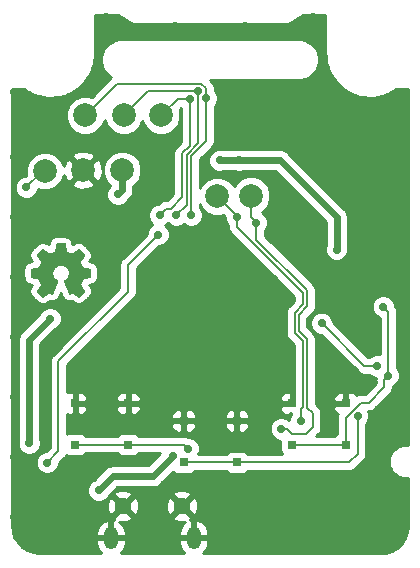
<source format=gbl>
G04 #@! TF.GenerationSoftware,KiCad,Pcbnew,5.0.2+dfsg1-1*
G04 #@! TF.CreationDate,2020-01-14T17:08:53+01:00*
G04 #@! TF.ProjectId,xling,786c696e-672e-46b6-9963-61645f706362,3.2*
G04 #@! TF.SameCoordinates,Original*
G04 #@! TF.FileFunction,Copper,L2,Bot*
G04 #@! TF.FilePolarity,Positive*
%FSLAX46Y46*%
G04 Gerber Fmt 4.6, Leading zero omitted, Abs format (unit mm)*
G04 Created by KiCad (PCBNEW 5.0.2+dfsg1-1) date Tue 14 Jan 2020 17:08:53 CET*
%MOMM*%
%LPD*%
G01*
G04 APERTURE LIST*
G04 #@! TA.AperFunction,EtchedComponent*
%ADD10C,0.010000*%
G04 #@! TD*
G04 #@! TA.AperFunction,SMDPad,CuDef*
%ADD11R,0.800000X0.700000*%
G04 #@! TD*
G04 #@! TA.AperFunction,ComponentPad*
%ADD12O,1.200000X1.900000*%
G04 #@! TD*
G04 #@! TA.AperFunction,ComponentPad*
%ADD13C,1.450000*%
G04 #@! TD*
G04 #@! TA.AperFunction,BGAPad,CuDef*
%ADD14C,2.000000*%
G04 #@! TD*
G04 #@! TA.AperFunction,ViaPad*
%ADD15C,0.700000*%
G04 #@! TD*
G04 #@! TA.AperFunction,Conductor*
%ADD16C,0.600000*%
G04 #@! TD*
G04 #@! TA.AperFunction,Conductor*
%ADD17C,0.200000*%
G04 #@! TD*
G04 #@! TA.AperFunction,Conductor*
%ADD18C,0.254000*%
G04 #@! TD*
G04 APERTURE END LIST*
D10*
G04 #@! TO.C,OH1*
G36*
X56946291Y-59410930D02*
X56877856Y-59411447D01*
X56816434Y-59412241D01*
X56763919Y-59413273D01*
X56722203Y-59414504D01*
X56693178Y-59415895D01*
X56678737Y-59417407D01*
X56677649Y-59417786D01*
X56673354Y-59427786D01*
X56666462Y-59453313D01*
X56657222Y-59493202D01*
X56645885Y-59546289D01*
X56632702Y-59611408D01*
X56617921Y-59687395D01*
X56604831Y-59756750D01*
X56591081Y-59829669D01*
X56577998Y-59897442D01*
X56565958Y-59958248D01*
X56555335Y-60010263D01*
X56546503Y-60051665D01*
X56539838Y-60080629D01*
X56535712Y-60095334D01*
X56534997Y-60096723D01*
X56524586Y-60102619D01*
X56501081Y-60113527D01*
X56466872Y-60128482D01*
X56424350Y-60146518D01*
X56375903Y-60166667D01*
X56323923Y-60187965D01*
X56270799Y-60209443D01*
X56218921Y-60230137D01*
X56170680Y-60249080D01*
X56128465Y-60265305D01*
X56094667Y-60277847D01*
X56071676Y-60285738D01*
X56061881Y-60288013D01*
X56061869Y-60288008D01*
X56053020Y-60282556D01*
X56031793Y-60268548D01*
X55999752Y-60247042D01*
X55958459Y-60219096D01*
X55909476Y-60185768D01*
X55854365Y-60148116D01*
X55794689Y-60107199D01*
X55780239Y-60097270D01*
X55719524Y-60055795D01*
X55662752Y-60017511D01*
X55611523Y-59983458D01*
X55567434Y-59954678D01*
X55532084Y-59932211D01*
X55507073Y-59917098D01*
X55493997Y-59910381D01*
X55492856Y-59910133D01*
X55483320Y-59915986D01*
X55463663Y-59932488D01*
X55435467Y-59958053D01*
X55400318Y-59991097D01*
X55359800Y-60030034D01*
X55315499Y-60073278D01*
X55268999Y-60119245D01*
X55221885Y-60166349D01*
X55175741Y-60213005D01*
X55132152Y-60257628D01*
X55092703Y-60298631D01*
X55058979Y-60334431D01*
X55032564Y-60363441D01*
X55015043Y-60384077D01*
X55008001Y-60394752D01*
X55007933Y-60395231D01*
X55012594Y-60405430D01*
X55025867Y-60427884D01*
X55046685Y-60460954D01*
X55073983Y-60502998D01*
X55106695Y-60552377D01*
X55143755Y-60607449D01*
X55184097Y-60666575D01*
X55186685Y-60670342D01*
X55227510Y-60729877D01*
X55265500Y-60785566D01*
X55299533Y-60835740D01*
X55328485Y-60878731D01*
X55351233Y-60912870D01*
X55366654Y-60936488D01*
X55373623Y-60947917D01*
X55373719Y-60948117D01*
X55375026Y-60955986D01*
X55373146Y-60969052D01*
X55367501Y-60988906D01*
X55357512Y-61017140D01*
X55342598Y-61055345D01*
X55322181Y-61105112D01*
X55295682Y-61168033D01*
X55281751Y-61200753D01*
X55254636Y-61263421D01*
X55229647Y-61319517D01*
X55207615Y-61367281D01*
X55189374Y-61404953D01*
X55175756Y-61430776D01*
X55167594Y-61442988D01*
X55166816Y-61443580D01*
X55155399Y-61446881D01*
X55129253Y-61452837D01*
X55090306Y-61461058D01*
X55040486Y-61471153D01*
X54981721Y-61482733D01*
X54915940Y-61495407D01*
X54845070Y-61508786D01*
X54837317Y-61510234D01*
X54756090Y-61525635D01*
X54684578Y-61539703D01*
X54624015Y-61552171D01*
X54575635Y-61562772D01*
X54540672Y-61571240D01*
X54520358Y-61577307D01*
X54515581Y-61579857D01*
X54514047Y-61590494D01*
X54512624Y-61616172D01*
X54511352Y-61654997D01*
X54510269Y-61705079D01*
X54509414Y-61764523D01*
X54508827Y-61831439D01*
X54508547Y-61903932D01*
X54508530Y-61922046D01*
X54508584Y-62007913D01*
X54508856Y-62078335D01*
X54509395Y-62134800D01*
X54510255Y-62178795D01*
X54511486Y-62211808D01*
X54513140Y-62235327D01*
X54515268Y-62250839D01*
X54517922Y-62259832D01*
X54520341Y-62263236D01*
X54531174Y-62266999D01*
X54556728Y-62273333D01*
X54595058Y-62281830D01*
X54644214Y-62292084D01*
X54702249Y-62303689D01*
X54767215Y-62316238D01*
X54835724Y-62329060D01*
X54912649Y-62343496D01*
X54981669Y-62356969D01*
X55041229Y-62369143D01*
X55089772Y-62379686D01*
X55125742Y-62388264D01*
X55147584Y-62394542D01*
X55153456Y-62397222D01*
X55160159Y-62407976D01*
X55171810Y-62431979D01*
X55187476Y-62466915D01*
X55206228Y-62510471D01*
X55227135Y-62560334D01*
X55249266Y-62614189D01*
X55271691Y-62669725D01*
X55293479Y-62724626D01*
X55313700Y-62776580D01*
X55331423Y-62823272D01*
X55345718Y-62862390D01*
X55355653Y-62891619D01*
X55360299Y-62908646D01*
X55360406Y-62911737D01*
X55354831Y-62920931D01*
X55340753Y-62942437D01*
X55319272Y-62974623D01*
X55291489Y-63015854D01*
X55258505Y-63064498D01*
X55221420Y-63118920D01*
X55182147Y-63176304D01*
X55142188Y-63234995D01*
X55105456Y-63289770D01*
X55073029Y-63338958D01*
X55045985Y-63380886D01*
X55025403Y-63413884D01*
X55012361Y-63436281D01*
X55007933Y-63446314D01*
X55013771Y-63455763D01*
X55030229Y-63475362D01*
X55055727Y-63503525D01*
X55088683Y-63538663D01*
X55127515Y-63579191D01*
X55170643Y-63623520D01*
X55216486Y-63670065D01*
X55263461Y-63717237D01*
X55309987Y-63763451D01*
X55354484Y-63807119D01*
X55395370Y-63846654D01*
X55431063Y-63880468D01*
X55459983Y-63906976D01*
X55480548Y-63924590D01*
X55491176Y-63931723D01*
X55491679Y-63931800D01*
X55501471Y-63927148D01*
X55523517Y-63913914D01*
X55556162Y-63893175D01*
X55597755Y-63866011D01*
X55646642Y-63833501D01*
X55701170Y-63796725D01*
X55757542Y-63758233D01*
X55816013Y-63718346D01*
X55870510Y-63681689D01*
X55919368Y-63649342D01*
X55960921Y-63622387D01*
X55993505Y-63601903D01*
X56015455Y-63588972D01*
X56024979Y-63584667D01*
X56037356Y-63588534D01*
X56061509Y-63599176D01*
X56094405Y-63615151D01*
X56133014Y-63635018D01*
X56150750Y-63644470D01*
X56193333Y-63666579D01*
X56230477Y-63684292D01*
X56259380Y-63696370D01*
X56277239Y-63701574D01*
X56279961Y-63701620D01*
X56284274Y-63699295D01*
X56289875Y-63692754D01*
X56297222Y-63680968D01*
X56306770Y-63662912D01*
X56318976Y-63637557D01*
X56334299Y-63603876D01*
X56353193Y-63560842D01*
X56376117Y-63507429D01*
X56403527Y-63442608D01*
X56435880Y-63365353D01*
X56473632Y-63274637D01*
X56517242Y-63169433D01*
X56524899Y-63150932D01*
X56562571Y-63059547D01*
X56598147Y-62972571D01*
X56631119Y-62891292D01*
X56660977Y-62816997D01*
X56687212Y-62750977D01*
X56709313Y-62694517D01*
X56726772Y-62648906D01*
X56739080Y-62615433D01*
X56745726Y-62595386D01*
X56746732Y-62590016D01*
X56738085Y-62580162D01*
X56718461Y-62563379D01*
X56690943Y-62542171D01*
X56664378Y-62523049D01*
X56594120Y-62471285D01*
X56536745Y-62422385D01*
X56489328Y-62373138D01*
X56448946Y-62320329D01*
X56412675Y-62260745D01*
X56394894Y-62226864D01*
X56355073Y-62129481D01*
X56331206Y-62028931D01*
X56323034Y-61926922D01*
X56330295Y-61825164D01*
X56352728Y-61725366D01*
X56390073Y-61629237D01*
X56442068Y-61538485D01*
X56508454Y-61454821D01*
X56513559Y-61449353D01*
X56592970Y-61376723D01*
X56681653Y-61317703D01*
X56780743Y-61271592D01*
X56828565Y-61255012D01*
X56856444Y-61246958D01*
X56882724Y-61241387D01*
X56911576Y-61237865D01*
X56947170Y-61235956D01*
X56993677Y-61235226D01*
X57018767Y-61235167D01*
X57071474Y-61235517D01*
X57111440Y-61236860D01*
X57142845Y-61239630D01*
X57169872Y-61244263D01*
X57196703Y-61251194D01*
X57209267Y-61255004D01*
X57312590Y-61295676D01*
X57406398Y-61349817D01*
X57489717Y-61416606D01*
X57561575Y-61495223D01*
X57620998Y-61584846D01*
X57637452Y-61616167D01*
X57671739Y-61694262D01*
X57694276Y-61768211D01*
X57706567Y-61844406D01*
X57710121Y-61925200D01*
X57702023Y-62033649D01*
X57678013Y-62137109D01*
X57638520Y-62234517D01*
X57583973Y-62324813D01*
X57516407Y-62405292D01*
X57486099Y-62433618D01*
X57446729Y-62466653D01*
X57403419Y-62500421D01*
X57361294Y-62530947D01*
X57325476Y-62554257D01*
X57321102Y-62556806D01*
X57301613Y-62571642D01*
X57289880Y-62587440D01*
X57289125Y-62589748D01*
X57291546Y-62600870D01*
X57300265Y-62626722D01*
X57314946Y-62666452D01*
X57335254Y-62719211D01*
X57360854Y-62784145D01*
X57391411Y-62860406D01*
X57426590Y-62947142D01*
X57466055Y-63043502D01*
X57505120Y-63138132D01*
X57542500Y-63228302D01*
X57578143Y-63314144D01*
X57611495Y-63394332D01*
X57642001Y-63467542D01*
X57669109Y-63532448D01*
X57692263Y-63587723D01*
X57710910Y-63632043D01*
X57724497Y-63664083D01*
X57732468Y-63682516D01*
X57734244Y-63686349D01*
X57747966Y-63699861D01*
X57759315Y-63703200D01*
X57772169Y-63699324D01*
X57796758Y-63688659D01*
X57830017Y-63672646D01*
X57868882Y-63652728D01*
X57886929Y-63643121D01*
X57936610Y-63617320D01*
X57975806Y-63598983D01*
X58003207Y-63588679D01*
X58016629Y-63586729D01*
X58028533Y-63592449D01*
X58052103Y-63606500D01*
X58085152Y-63627477D01*
X58125490Y-63653974D01*
X58170931Y-63684586D01*
X58199867Y-63704435D01*
X58278062Y-63758371D01*
X58343529Y-63803359D01*
X58397413Y-63840154D01*
X58440865Y-63869510D01*
X58475031Y-63892182D01*
X58501061Y-63908926D01*
X58520102Y-63920496D01*
X58533302Y-63927647D01*
X58541809Y-63931134D01*
X58545687Y-63931800D01*
X58554465Y-63925999D01*
X58573774Y-63909463D01*
X58602233Y-63883495D01*
X58638464Y-63849396D01*
X58681086Y-63808467D01*
X58728720Y-63762011D01*
X58779984Y-63711329D01*
X58790115Y-63701236D01*
X58841773Y-63649450D01*
X58889649Y-63600971D01*
X58932405Y-63557187D01*
X58968705Y-63519491D01*
X58997212Y-63489272D01*
X59016588Y-63467920D01*
X59025498Y-63456827D01*
X59025889Y-63456022D01*
X59027388Y-63451060D01*
X59027912Y-63445989D01*
X59026608Y-63439434D01*
X59022623Y-63430021D01*
X59015105Y-63416375D01*
X59003200Y-63397121D01*
X58986058Y-63370885D01*
X58962824Y-63336292D01*
X58932647Y-63291967D01*
X58894673Y-63236535D01*
X58848051Y-63168623D01*
X58843807Y-63162443D01*
X58804397Y-63104709D01*
X58768224Y-63051064D01*
X58736377Y-63003177D01*
X58709947Y-62962714D01*
X58690024Y-62931343D01*
X58677698Y-62910730D01*
X58674000Y-62902783D01*
X58677048Y-62892118D01*
X58685683Y-62867760D01*
X58699142Y-62831711D01*
X58716662Y-62785975D01*
X58737480Y-62732556D01*
X58760832Y-62673457D01*
X58772509Y-62644179D01*
X58802071Y-62570857D01*
X58826324Y-62512085D01*
X58845873Y-62466545D01*
X58861323Y-62432920D01*
X58873278Y-62409891D01*
X58882342Y-62396142D01*
X58888926Y-62390432D01*
X58901191Y-62387202D01*
X58928106Y-62381349D01*
X58967662Y-62373271D01*
X59017847Y-62363366D01*
X59076651Y-62352030D01*
X59142062Y-62339662D01*
X59206465Y-62327690D01*
X59275865Y-62314694D01*
X59340217Y-62302258D01*
X59397565Y-62290789D01*
X59445950Y-62280696D01*
X59483415Y-62272387D01*
X59508002Y-62266268D01*
X59517615Y-62262886D01*
X59520611Y-62257601D01*
X59523064Y-62246235D01*
X59525024Y-62227352D01*
X59526538Y-62199515D01*
X59527655Y-62161286D01*
X59528423Y-62111227D01*
X59528890Y-62047902D01*
X59529105Y-61969873D01*
X59529133Y-61920125D01*
X59529133Y-61586924D01*
X59510083Y-61575171D01*
X59497604Y-61571001D01*
X59470439Y-61564287D01*
X59430574Y-61555444D01*
X59379996Y-61544887D01*
X59320693Y-61533029D01*
X59254651Y-61520286D01*
X59183857Y-61507071D01*
X59182000Y-61506731D01*
X59111540Y-61493584D01*
X59046153Y-61480957D01*
X58987758Y-61469254D01*
X58938273Y-61458877D01*
X58899616Y-61450228D01*
X58873706Y-61443711D01*
X58862461Y-61439729D01*
X58862325Y-61439611D01*
X58856183Y-61429169D01*
X58844630Y-61405511D01*
X58828704Y-61371048D01*
X58809443Y-61328188D01*
X58787882Y-61279344D01*
X58765060Y-61226923D01*
X58742014Y-61173337D01*
X58719781Y-61120996D01*
X58699397Y-61072309D01*
X58681900Y-61029686D01*
X58668328Y-60995539D01*
X58659717Y-60972275D01*
X58657067Y-60962657D01*
X58661721Y-60952959D01*
X58674982Y-60930954D01*
X58695800Y-60898249D01*
X58723126Y-60856445D01*
X58755910Y-60807148D01*
X58793100Y-60751961D01*
X58833648Y-60692489D01*
X58840096Y-60683092D01*
X58881253Y-60622897D01*
X58919408Y-60566584D01*
X58953477Y-60515790D01*
X58982380Y-60472148D01*
X59005035Y-60437293D01*
X59020361Y-60412860D01*
X59027276Y-60400484D01*
X59027511Y-60399808D01*
X59026243Y-60392966D01*
X59019309Y-60381447D01*
X59005804Y-60364259D01*
X58984824Y-60340415D01*
X58955465Y-60308924D01*
X58916820Y-60268797D01*
X58867986Y-60219044D01*
X58808059Y-60158676D01*
X58796001Y-60146583D01*
X58735970Y-60086815D01*
X58682406Y-60034298D01*
X58636219Y-59989886D01*
X58598323Y-59954436D01*
X58569627Y-59928803D01*
X58551043Y-59913843D01*
X58544124Y-59910133D01*
X58533733Y-59914788D01*
X58511072Y-59928046D01*
X58477777Y-59948851D01*
X58435485Y-59976145D01*
X58385833Y-60008871D01*
X58330456Y-60045970D01*
X58270991Y-60086386D01*
X58264523Y-60090816D01*
X58204499Y-60131881D01*
X58148296Y-60170191D01*
X58097578Y-60204622D01*
X58054008Y-60234050D01*
X58019252Y-60257352D01*
X57994974Y-60273402D01*
X57982839Y-60281078D01*
X57982413Y-60281312D01*
X57974991Y-60283569D01*
X57964101Y-60283241D01*
X57947901Y-60279719D01*
X57924553Y-60272391D01*
X57892214Y-60260646D01*
X57849045Y-60243873D01*
X57793205Y-60221463D01*
X57753813Y-60205448D01*
X57684056Y-60176969D01*
X57628353Y-60154072D01*
X57585066Y-60135970D01*
X57552560Y-60121877D01*
X57529197Y-60111005D01*
X57513341Y-60102567D01*
X57503357Y-60095777D01*
X57497606Y-60089847D01*
X57494453Y-60083990D01*
X57493091Y-60080068D01*
X57490400Y-60068227D01*
X57485011Y-60041676D01*
X57477299Y-60002358D01*
X57467639Y-59952215D01*
X57456403Y-59893190D01*
X57443966Y-59827225D01*
X57430702Y-59756264D01*
X57429341Y-59748948D01*
X57415913Y-59677802D01*
X57403053Y-59611665D01*
X57391160Y-59552444D01*
X57380633Y-59502047D01*
X57371873Y-59462380D01*
X57365278Y-59435354D01*
X57361249Y-59422874D01*
X57360980Y-59422472D01*
X57355930Y-59419395D01*
X57345395Y-59416881D01*
X57327894Y-59414878D01*
X57301945Y-59413336D01*
X57266067Y-59412203D01*
X57218780Y-59411428D01*
X57158601Y-59410961D01*
X57084050Y-59410751D01*
X57019847Y-59410729D01*
X56946291Y-59410930D01*
X56946291Y-59410930D01*
G37*
X56946291Y-59410930D02*
X56877856Y-59411447D01*
X56816434Y-59412241D01*
X56763919Y-59413273D01*
X56722203Y-59414504D01*
X56693178Y-59415895D01*
X56678737Y-59417407D01*
X56677649Y-59417786D01*
X56673354Y-59427786D01*
X56666462Y-59453313D01*
X56657222Y-59493202D01*
X56645885Y-59546289D01*
X56632702Y-59611408D01*
X56617921Y-59687395D01*
X56604831Y-59756750D01*
X56591081Y-59829669D01*
X56577998Y-59897442D01*
X56565958Y-59958248D01*
X56555335Y-60010263D01*
X56546503Y-60051665D01*
X56539838Y-60080629D01*
X56535712Y-60095334D01*
X56534997Y-60096723D01*
X56524586Y-60102619D01*
X56501081Y-60113527D01*
X56466872Y-60128482D01*
X56424350Y-60146518D01*
X56375903Y-60166667D01*
X56323923Y-60187965D01*
X56270799Y-60209443D01*
X56218921Y-60230137D01*
X56170680Y-60249080D01*
X56128465Y-60265305D01*
X56094667Y-60277847D01*
X56071676Y-60285738D01*
X56061881Y-60288013D01*
X56061869Y-60288008D01*
X56053020Y-60282556D01*
X56031793Y-60268548D01*
X55999752Y-60247042D01*
X55958459Y-60219096D01*
X55909476Y-60185768D01*
X55854365Y-60148116D01*
X55794689Y-60107199D01*
X55780239Y-60097270D01*
X55719524Y-60055795D01*
X55662752Y-60017511D01*
X55611523Y-59983458D01*
X55567434Y-59954678D01*
X55532084Y-59932211D01*
X55507073Y-59917098D01*
X55493997Y-59910381D01*
X55492856Y-59910133D01*
X55483320Y-59915986D01*
X55463663Y-59932488D01*
X55435467Y-59958053D01*
X55400318Y-59991097D01*
X55359800Y-60030034D01*
X55315499Y-60073278D01*
X55268999Y-60119245D01*
X55221885Y-60166349D01*
X55175741Y-60213005D01*
X55132152Y-60257628D01*
X55092703Y-60298631D01*
X55058979Y-60334431D01*
X55032564Y-60363441D01*
X55015043Y-60384077D01*
X55008001Y-60394752D01*
X55007933Y-60395231D01*
X55012594Y-60405430D01*
X55025867Y-60427884D01*
X55046685Y-60460954D01*
X55073983Y-60502998D01*
X55106695Y-60552377D01*
X55143755Y-60607449D01*
X55184097Y-60666575D01*
X55186685Y-60670342D01*
X55227510Y-60729877D01*
X55265500Y-60785566D01*
X55299533Y-60835740D01*
X55328485Y-60878731D01*
X55351233Y-60912870D01*
X55366654Y-60936488D01*
X55373623Y-60947917D01*
X55373719Y-60948117D01*
X55375026Y-60955986D01*
X55373146Y-60969052D01*
X55367501Y-60988906D01*
X55357512Y-61017140D01*
X55342598Y-61055345D01*
X55322181Y-61105112D01*
X55295682Y-61168033D01*
X55281751Y-61200753D01*
X55254636Y-61263421D01*
X55229647Y-61319517D01*
X55207615Y-61367281D01*
X55189374Y-61404953D01*
X55175756Y-61430776D01*
X55167594Y-61442988D01*
X55166816Y-61443580D01*
X55155399Y-61446881D01*
X55129253Y-61452837D01*
X55090306Y-61461058D01*
X55040486Y-61471153D01*
X54981721Y-61482733D01*
X54915940Y-61495407D01*
X54845070Y-61508786D01*
X54837317Y-61510234D01*
X54756090Y-61525635D01*
X54684578Y-61539703D01*
X54624015Y-61552171D01*
X54575635Y-61562772D01*
X54540672Y-61571240D01*
X54520358Y-61577307D01*
X54515581Y-61579857D01*
X54514047Y-61590494D01*
X54512624Y-61616172D01*
X54511352Y-61654997D01*
X54510269Y-61705079D01*
X54509414Y-61764523D01*
X54508827Y-61831439D01*
X54508547Y-61903932D01*
X54508530Y-61922046D01*
X54508584Y-62007913D01*
X54508856Y-62078335D01*
X54509395Y-62134800D01*
X54510255Y-62178795D01*
X54511486Y-62211808D01*
X54513140Y-62235327D01*
X54515268Y-62250839D01*
X54517922Y-62259832D01*
X54520341Y-62263236D01*
X54531174Y-62266999D01*
X54556728Y-62273333D01*
X54595058Y-62281830D01*
X54644214Y-62292084D01*
X54702249Y-62303689D01*
X54767215Y-62316238D01*
X54835724Y-62329060D01*
X54912649Y-62343496D01*
X54981669Y-62356969D01*
X55041229Y-62369143D01*
X55089772Y-62379686D01*
X55125742Y-62388264D01*
X55147584Y-62394542D01*
X55153456Y-62397222D01*
X55160159Y-62407976D01*
X55171810Y-62431979D01*
X55187476Y-62466915D01*
X55206228Y-62510471D01*
X55227135Y-62560334D01*
X55249266Y-62614189D01*
X55271691Y-62669725D01*
X55293479Y-62724626D01*
X55313700Y-62776580D01*
X55331423Y-62823272D01*
X55345718Y-62862390D01*
X55355653Y-62891619D01*
X55360299Y-62908646D01*
X55360406Y-62911737D01*
X55354831Y-62920931D01*
X55340753Y-62942437D01*
X55319272Y-62974623D01*
X55291489Y-63015854D01*
X55258505Y-63064498D01*
X55221420Y-63118920D01*
X55182147Y-63176304D01*
X55142188Y-63234995D01*
X55105456Y-63289770D01*
X55073029Y-63338958D01*
X55045985Y-63380886D01*
X55025403Y-63413884D01*
X55012361Y-63436281D01*
X55007933Y-63446314D01*
X55013771Y-63455763D01*
X55030229Y-63475362D01*
X55055727Y-63503525D01*
X55088683Y-63538663D01*
X55127515Y-63579191D01*
X55170643Y-63623520D01*
X55216486Y-63670065D01*
X55263461Y-63717237D01*
X55309987Y-63763451D01*
X55354484Y-63807119D01*
X55395370Y-63846654D01*
X55431063Y-63880468D01*
X55459983Y-63906976D01*
X55480548Y-63924590D01*
X55491176Y-63931723D01*
X55491679Y-63931800D01*
X55501471Y-63927148D01*
X55523517Y-63913914D01*
X55556162Y-63893175D01*
X55597755Y-63866011D01*
X55646642Y-63833501D01*
X55701170Y-63796725D01*
X55757542Y-63758233D01*
X55816013Y-63718346D01*
X55870510Y-63681689D01*
X55919368Y-63649342D01*
X55960921Y-63622387D01*
X55993505Y-63601903D01*
X56015455Y-63588972D01*
X56024979Y-63584667D01*
X56037356Y-63588534D01*
X56061509Y-63599176D01*
X56094405Y-63615151D01*
X56133014Y-63635018D01*
X56150750Y-63644470D01*
X56193333Y-63666579D01*
X56230477Y-63684292D01*
X56259380Y-63696370D01*
X56277239Y-63701574D01*
X56279961Y-63701620D01*
X56284274Y-63699295D01*
X56289875Y-63692754D01*
X56297222Y-63680968D01*
X56306770Y-63662912D01*
X56318976Y-63637557D01*
X56334299Y-63603876D01*
X56353193Y-63560842D01*
X56376117Y-63507429D01*
X56403527Y-63442608D01*
X56435880Y-63365353D01*
X56473632Y-63274637D01*
X56517242Y-63169433D01*
X56524899Y-63150932D01*
X56562571Y-63059547D01*
X56598147Y-62972571D01*
X56631119Y-62891292D01*
X56660977Y-62816997D01*
X56687212Y-62750977D01*
X56709313Y-62694517D01*
X56726772Y-62648906D01*
X56739080Y-62615433D01*
X56745726Y-62595386D01*
X56746732Y-62590016D01*
X56738085Y-62580162D01*
X56718461Y-62563379D01*
X56690943Y-62542171D01*
X56664378Y-62523049D01*
X56594120Y-62471285D01*
X56536745Y-62422385D01*
X56489328Y-62373138D01*
X56448946Y-62320329D01*
X56412675Y-62260745D01*
X56394894Y-62226864D01*
X56355073Y-62129481D01*
X56331206Y-62028931D01*
X56323034Y-61926922D01*
X56330295Y-61825164D01*
X56352728Y-61725366D01*
X56390073Y-61629237D01*
X56442068Y-61538485D01*
X56508454Y-61454821D01*
X56513559Y-61449353D01*
X56592970Y-61376723D01*
X56681653Y-61317703D01*
X56780743Y-61271592D01*
X56828565Y-61255012D01*
X56856444Y-61246958D01*
X56882724Y-61241387D01*
X56911576Y-61237865D01*
X56947170Y-61235956D01*
X56993677Y-61235226D01*
X57018767Y-61235167D01*
X57071474Y-61235517D01*
X57111440Y-61236860D01*
X57142845Y-61239630D01*
X57169872Y-61244263D01*
X57196703Y-61251194D01*
X57209267Y-61255004D01*
X57312590Y-61295676D01*
X57406398Y-61349817D01*
X57489717Y-61416606D01*
X57561575Y-61495223D01*
X57620998Y-61584846D01*
X57637452Y-61616167D01*
X57671739Y-61694262D01*
X57694276Y-61768211D01*
X57706567Y-61844406D01*
X57710121Y-61925200D01*
X57702023Y-62033649D01*
X57678013Y-62137109D01*
X57638520Y-62234517D01*
X57583973Y-62324813D01*
X57516407Y-62405292D01*
X57486099Y-62433618D01*
X57446729Y-62466653D01*
X57403419Y-62500421D01*
X57361294Y-62530947D01*
X57325476Y-62554257D01*
X57321102Y-62556806D01*
X57301613Y-62571642D01*
X57289880Y-62587440D01*
X57289125Y-62589748D01*
X57291546Y-62600870D01*
X57300265Y-62626722D01*
X57314946Y-62666452D01*
X57335254Y-62719211D01*
X57360854Y-62784145D01*
X57391411Y-62860406D01*
X57426590Y-62947142D01*
X57466055Y-63043502D01*
X57505120Y-63138132D01*
X57542500Y-63228302D01*
X57578143Y-63314144D01*
X57611495Y-63394332D01*
X57642001Y-63467542D01*
X57669109Y-63532448D01*
X57692263Y-63587723D01*
X57710910Y-63632043D01*
X57724497Y-63664083D01*
X57732468Y-63682516D01*
X57734244Y-63686349D01*
X57747966Y-63699861D01*
X57759315Y-63703200D01*
X57772169Y-63699324D01*
X57796758Y-63688659D01*
X57830017Y-63672646D01*
X57868882Y-63652728D01*
X57886929Y-63643121D01*
X57936610Y-63617320D01*
X57975806Y-63598983D01*
X58003207Y-63588679D01*
X58016629Y-63586729D01*
X58028533Y-63592449D01*
X58052103Y-63606500D01*
X58085152Y-63627477D01*
X58125490Y-63653974D01*
X58170931Y-63684586D01*
X58199867Y-63704435D01*
X58278062Y-63758371D01*
X58343529Y-63803359D01*
X58397413Y-63840154D01*
X58440865Y-63869510D01*
X58475031Y-63892182D01*
X58501061Y-63908926D01*
X58520102Y-63920496D01*
X58533302Y-63927647D01*
X58541809Y-63931134D01*
X58545687Y-63931800D01*
X58554465Y-63925999D01*
X58573774Y-63909463D01*
X58602233Y-63883495D01*
X58638464Y-63849396D01*
X58681086Y-63808467D01*
X58728720Y-63762011D01*
X58779984Y-63711329D01*
X58790115Y-63701236D01*
X58841773Y-63649450D01*
X58889649Y-63600971D01*
X58932405Y-63557187D01*
X58968705Y-63519491D01*
X58997212Y-63489272D01*
X59016588Y-63467920D01*
X59025498Y-63456827D01*
X59025889Y-63456022D01*
X59027388Y-63451060D01*
X59027912Y-63445989D01*
X59026608Y-63439434D01*
X59022623Y-63430021D01*
X59015105Y-63416375D01*
X59003200Y-63397121D01*
X58986058Y-63370885D01*
X58962824Y-63336292D01*
X58932647Y-63291967D01*
X58894673Y-63236535D01*
X58848051Y-63168623D01*
X58843807Y-63162443D01*
X58804397Y-63104709D01*
X58768224Y-63051064D01*
X58736377Y-63003177D01*
X58709947Y-62962714D01*
X58690024Y-62931343D01*
X58677698Y-62910730D01*
X58674000Y-62902783D01*
X58677048Y-62892118D01*
X58685683Y-62867760D01*
X58699142Y-62831711D01*
X58716662Y-62785975D01*
X58737480Y-62732556D01*
X58760832Y-62673457D01*
X58772509Y-62644179D01*
X58802071Y-62570857D01*
X58826324Y-62512085D01*
X58845873Y-62466545D01*
X58861323Y-62432920D01*
X58873278Y-62409891D01*
X58882342Y-62396142D01*
X58888926Y-62390432D01*
X58901191Y-62387202D01*
X58928106Y-62381349D01*
X58967662Y-62373271D01*
X59017847Y-62363366D01*
X59076651Y-62352030D01*
X59142062Y-62339662D01*
X59206465Y-62327690D01*
X59275865Y-62314694D01*
X59340217Y-62302258D01*
X59397565Y-62290789D01*
X59445950Y-62280696D01*
X59483415Y-62272387D01*
X59508002Y-62266268D01*
X59517615Y-62262886D01*
X59520611Y-62257601D01*
X59523064Y-62246235D01*
X59525024Y-62227352D01*
X59526538Y-62199515D01*
X59527655Y-62161286D01*
X59528423Y-62111227D01*
X59528890Y-62047902D01*
X59529105Y-61969873D01*
X59529133Y-61920125D01*
X59529133Y-61586924D01*
X59510083Y-61575171D01*
X59497604Y-61571001D01*
X59470439Y-61564287D01*
X59430574Y-61555444D01*
X59379996Y-61544887D01*
X59320693Y-61533029D01*
X59254651Y-61520286D01*
X59183857Y-61507071D01*
X59182000Y-61506731D01*
X59111540Y-61493584D01*
X59046153Y-61480957D01*
X58987758Y-61469254D01*
X58938273Y-61458877D01*
X58899616Y-61450228D01*
X58873706Y-61443711D01*
X58862461Y-61439729D01*
X58862325Y-61439611D01*
X58856183Y-61429169D01*
X58844630Y-61405511D01*
X58828704Y-61371048D01*
X58809443Y-61328188D01*
X58787882Y-61279344D01*
X58765060Y-61226923D01*
X58742014Y-61173337D01*
X58719781Y-61120996D01*
X58699397Y-61072309D01*
X58681900Y-61029686D01*
X58668328Y-60995539D01*
X58659717Y-60972275D01*
X58657067Y-60962657D01*
X58661721Y-60952959D01*
X58674982Y-60930954D01*
X58695800Y-60898249D01*
X58723126Y-60856445D01*
X58755910Y-60807148D01*
X58793100Y-60751961D01*
X58833648Y-60692489D01*
X58840096Y-60683092D01*
X58881253Y-60622897D01*
X58919408Y-60566584D01*
X58953477Y-60515790D01*
X58982380Y-60472148D01*
X59005035Y-60437293D01*
X59020361Y-60412860D01*
X59027276Y-60400484D01*
X59027511Y-60399808D01*
X59026243Y-60392966D01*
X59019309Y-60381447D01*
X59005804Y-60364259D01*
X58984824Y-60340415D01*
X58955465Y-60308924D01*
X58916820Y-60268797D01*
X58867986Y-60219044D01*
X58808059Y-60158676D01*
X58796001Y-60146583D01*
X58735970Y-60086815D01*
X58682406Y-60034298D01*
X58636219Y-59989886D01*
X58598323Y-59954436D01*
X58569627Y-59928803D01*
X58551043Y-59913843D01*
X58544124Y-59910133D01*
X58533733Y-59914788D01*
X58511072Y-59928046D01*
X58477777Y-59948851D01*
X58435485Y-59976145D01*
X58385833Y-60008871D01*
X58330456Y-60045970D01*
X58270991Y-60086386D01*
X58264523Y-60090816D01*
X58204499Y-60131881D01*
X58148296Y-60170191D01*
X58097578Y-60204622D01*
X58054008Y-60234050D01*
X58019252Y-60257352D01*
X57994974Y-60273402D01*
X57982839Y-60281078D01*
X57982413Y-60281312D01*
X57974991Y-60283569D01*
X57964101Y-60283241D01*
X57947901Y-60279719D01*
X57924553Y-60272391D01*
X57892214Y-60260646D01*
X57849045Y-60243873D01*
X57793205Y-60221463D01*
X57753813Y-60205448D01*
X57684056Y-60176969D01*
X57628353Y-60154072D01*
X57585066Y-60135970D01*
X57552560Y-60121877D01*
X57529197Y-60111005D01*
X57513341Y-60102567D01*
X57503357Y-60095777D01*
X57497606Y-60089847D01*
X57494453Y-60083990D01*
X57493091Y-60080068D01*
X57490400Y-60068227D01*
X57485011Y-60041676D01*
X57477299Y-60002358D01*
X57467639Y-59952215D01*
X57456403Y-59893190D01*
X57443966Y-59827225D01*
X57430702Y-59756264D01*
X57429341Y-59748948D01*
X57415913Y-59677802D01*
X57403053Y-59611665D01*
X57391160Y-59552444D01*
X57380633Y-59502047D01*
X57371873Y-59462380D01*
X57365278Y-59435354D01*
X57361249Y-59422874D01*
X57360980Y-59422472D01*
X57355930Y-59419395D01*
X57345395Y-59416881D01*
X57327894Y-59414878D01*
X57301945Y-59413336D01*
X57266067Y-59412203D01*
X57218780Y-59411428D01*
X57158601Y-59410961D01*
X57084050Y-59410751D01*
X57019847Y-59410729D01*
X56946291Y-59410930D01*
G04 #@! TD*
D11*
G04 #@! TO.P,SW1,2*
G04 #@! TO.N,GND*
X81150000Y-72950000D03*
X76650000Y-72950000D03*
G04 #@! TO.P,SW1,1*
G04 #@! TO.N,Net-(R5-Pad1)*
X81150000Y-76450000D03*
X76650000Y-76450000D03*
G04 #@! TD*
G04 #@! TO.P,SW2,2*
G04 #@! TO.N,GND*
X71932000Y-74450000D03*
X67432000Y-74450000D03*
G04 #@! TO.P,SW2,1*
G04 #@! TO.N,Net-(R6-Pad1)*
X71932000Y-77950000D03*
X67432000Y-77950000D03*
G04 #@! TD*
G04 #@! TO.P,SW3,2*
G04 #@! TO.N,GND*
X62750000Y-72950000D03*
X58250000Y-72950000D03*
G04 #@! TO.P,SW3,1*
G04 #@! TO.N,Net-(R10-Pad2)*
X62750000Y-76450000D03*
X58250000Y-76450000D03*
G04 #@! TD*
D12*
G04 #@! TO.P,J2,6*
G04 #@! TO.N,GND*
X68282000Y-84347500D03*
X61282000Y-84347500D03*
D13*
X67282000Y-81647500D03*
X62282000Y-81647500D03*
G04 #@! TD*
D14*
G04 #@! TO.P,TP1,1*
G04 #@! TO.N,+3V3*
X62230000Y-53213000D03*
G04 #@! TD*
G04 #@! TO.P,TP2,1*
G04 #@! TO.N,/BAT*
X55689500Y-53276500D03*
G04 #@! TD*
G04 #@! TO.P,TP5,1*
G04 #@! TO.N,GND*
X58928000Y-53213000D03*
G04 #@! TD*
G04 #@! TO.P,TP3,1*
G04 #@! TO.N,SCK*
X70294500Y-55435500D03*
G04 #@! TD*
G04 #@! TO.P,TP4,1*
G04 #@! TO.N,MOSI*
X73152000Y-55372000D03*
G04 #@! TD*
G04 #@! TO.P,TP6,1*
G04 #@! TO.N,OLED_CS*
X65532000Y-48577500D03*
G04 #@! TD*
G04 #@! TO.P,TP7,1*
G04 #@! TO.N,OLED_DC*
X59118500Y-48577500D03*
G04 #@! TD*
G04 #@! TO.P,TP8,1*
G04 #@! TO.N,OLED_RST*
X62357000Y-48577500D03*
G04 #@! TD*
D15*
G04 #@! TO.N,+3V3*
X60248800Y-80314800D03*
X80391000Y-59944000D03*
X70485000Y-52387500D03*
X72136000Y-52387500D03*
X61874500Y-55255500D03*
X66548000Y-77419200D03*
G04 #@! TO.N,GND*
X70485000Y-63119000D03*
X75057000Y-62420500D03*
X76517500Y-68262500D03*
X70929500Y-69151500D03*
X78359000Y-40259000D03*
X53086000Y-57150000D03*
X53086000Y-62230000D03*
X53086000Y-67310000D03*
X53086000Y-72390000D03*
X53086000Y-77470000D03*
X53086000Y-82550000D03*
X57277000Y-85344000D03*
X53086000Y-52070000D03*
X53086000Y-46609000D03*
X60833000Y-40259000D03*
X80111600Y-45872400D03*
X86207600Y-46634400D03*
X72644000Y-41021000D03*
X66675000Y-41021000D03*
X86233000Y-50800000D03*
X86233000Y-66040000D03*
X86233000Y-71120000D03*
X86233000Y-76200000D03*
X86233000Y-80010000D03*
X72390000Y-85344000D03*
X66192400Y-79857600D03*
X65341500Y-69532500D03*
X81534000Y-65913000D03*
X73914000Y-75133200D03*
X85217000Y-85090000D03*
X86233000Y-60960000D03*
X86233000Y-55880000D03*
X81788000Y-61595000D03*
X63373000Y-59182000D03*
X63754000Y-64516000D03*
X60198000Y-68834000D03*
X59499500Y-45529500D03*
X69659500Y-73469500D03*
G04 #@! TO.N,Net-(R6-Pad1)*
X82169000Y-74041000D03*
G04 #@! TO.N,Net-(L2-Pad1)*
X56134000Y-65786000D03*
X54356000Y-76327000D03*
G04 #@! TO.N,Net-(R5-Pad1)*
X84328000Y-64770000D03*
X84772500Y-70612000D03*
G04 #@! TO.N,Net-(R10-Pad2)*
X67800000Y-76800000D03*
G04 #@! TO.N,Net-(C1-Pad1)*
X65278000Y-58674000D03*
X55880000Y-77978000D03*
G04 #@! TO.N,BTN2*
X79121000Y-66167000D03*
X83820000Y-69786500D03*
G04 #@! TO.N,MOSI*
X75692000Y-75120500D03*
X73596500Y-57658000D03*
G04 #@! TO.N,SCK*
X77343000Y-74422000D03*
X71945500Y-57213500D03*
G04 #@! TO.N,OLED_RST*
X66802000Y-57023000D03*
X68643500Y-46482000D03*
G04 #@! TO.N,OLED_CS*
X65405000Y-57023000D03*
X67945000Y-47180500D03*
G04 #@! TO.N,/BAT*
X54118000Y-54657500D03*
G04 #@! TO.N,OLED_DC*
X68072000Y-57023000D03*
X69342000Y-47117000D03*
G04 #@! TD*
D16*
G04 #@! TO.N,+3V3*
X61417200Y-79146400D02*
X60248800Y-80314800D01*
X64820800Y-79146400D02*
X61417200Y-79146400D01*
X80391000Y-59944000D02*
X80391000Y-57213500D01*
X80391000Y-57213500D02*
X75565000Y-52387500D01*
X75565000Y-52387500D02*
X70485000Y-52387500D01*
X62230000Y-54900000D02*
X61874500Y-55255500D01*
X62230000Y-53213000D02*
X62230000Y-54900000D01*
X66548000Y-77419200D02*
X64820800Y-79146400D01*
D17*
G04 #@! TO.N,Net-(R6-Pad1)*
X82169000Y-76523002D02*
X82169000Y-74041000D01*
X82169000Y-77231000D02*
X82169000Y-76523002D01*
X67432000Y-77950000D02*
X71932000Y-77950000D01*
X81450000Y-77950000D02*
X82169000Y-77231000D01*
X71932000Y-77950000D02*
X81450000Y-77950000D01*
D16*
G04 #@! TO.N,Net-(L2-Pad1)*
X54356000Y-67564000D02*
X54356000Y-76327000D01*
X56134000Y-65786000D02*
X54356000Y-67564000D01*
D17*
G04 #@! TO.N,Net-(R5-Pad1)*
X84772500Y-65214500D02*
X84328000Y-64770000D01*
X84772500Y-70612000D02*
X84772500Y-65214500D01*
X76650000Y-76450000D02*
X81150000Y-76450000D01*
X81150000Y-74171998D02*
X82421998Y-72900000D01*
X81150000Y-76450000D02*
X81150000Y-74171998D01*
X84422501Y-70961999D02*
X84422501Y-71577499D01*
X84772500Y-70612000D02*
X84422501Y-70961999D01*
X83100000Y-72900000D02*
X82421998Y-72900000D01*
X84422501Y-71577499D02*
X83100000Y-72900000D01*
G04 #@! TO.N,Net-(R10-Pad2)*
X58850000Y-76450000D02*
X62750000Y-76450000D01*
X58250000Y-76450000D02*
X58850000Y-76450000D01*
X62750000Y-76450000D02*
X66747200Y-76450000D01*
X66747200Y-76450000D02*
X67450000Y-76450000D01*
X67450000Y-76450000D02*
X67800000Y-76800000D01*
G04 #@! TO.N,Net-(C1-Pad1)*
X62738000Y-63500000D02*
X62738000Y-61214000D01*
X62738000Y-61214000D02*
X65278000Y-58674000D01*
X56832500Y-69405500D02*
X62738000Y-63500000D01*
X55880000Y-77978000D02*
X56832500Y-77025500D01*
X56832500Y-77025500D02*
X56832500Y-69405500D01*
G04 #@! TO.N,BTN2*
X82740500Y-69786500D02*
X83820000Y-69786500D01*
X79121000Y-66167000D02*
X82740500Y-69786500D01*
G04 #@! TO.N,MOSI*
X73596500Y-59085990D02*
X73596500Y-57658000D01*
X77883510Y-63373000D02*
X73596500Y-59085990D01*
X78359000Y-74993500D02*
X78359000Y-73787000D01*
X77787500Y-75565000D02*
X78359000Y-74993500D01*
X75692000Y-75120500D02*
X76186974Y-75120500D01*
X78359000Y-73787000D02*
X77883510Y-73311510D01*
X76186974Y-75120500D02*
X76631474Y-75565000D01*
X77883510Y-73311510D02*
X77883510Y-67500500D01*
X77883510Y-67500500D02*
X77185010Y-66802000D01*
X77185010Y-66802000D02*
X77185010Y-65435990D01*
X76631474Y-75565000D02*
X77787500Y-75565000D01*
X77185010Y-65435990D02*
X77883510Y-64737490D01*
X77883510Y-64737490D02*
X77883510Y-63373000D01*
X73152000Y-57213500D02*
X73596500Y-57658000D01*
X73152000Y-55372000D02*
X73152000Y-57213500D01*
G04 #@! TO.N,SCK*
X71945500Y-58039000D02*
X71945500Y-57213500D01*
X77533500Y-63627000D02*
X71945500Y-58039000D01*
X77533500Y-73279000D02*
X77533500Y-67691000D01*
X76835000Y-65278000D02*
X77533500Y-64579500D01*
X77343000Y-73469500D02*
X77533500Y-73279000D01*
X77533500Y-67691000D02*
X76835000Y-66992500D01*
X77533500Y-64579500D02*
X77533500Y-63627000D01*
X77343000Y-74422000D02*
X77343000Y-73469500D01*
X76835000Y-66992500D02*
X76835000Y-65278000D01*
X71945500Y-57086500D02*
X71945500Y-57213500D01*
X70294500Y-55435500D02*
X71945500Y-57086500D01*
G04 #@! TO.N,OLED_RST*
X68643500Y-50940012D02*
X67691000Y-51892512D01*
X67691000Y-56134000D02*
X66802000Y-57023000D01*
X67691000Y-51892512D02*
X67691000Y-56134000D01*
X68643500Y-50940012D02*
X68643500Y-46482000D01*
X64452500Y-46482000D02*
X62357000Y-48577500D01*
X68643500Y-46482000D02*
X64452500Y-46482000D01*
G04 #@! TO.N,OLED_CS*
X67945000Y-51143524D02*
X67310000Y-51778524D01*
X67310000Y-51778524D02*
X67310000Y-55499000D01*
X66336001Y-56472999D02*
X67310000Y-55499000D01*
X65955001Y-56472999D02*
X66336001Y-56472999D01*
X65405000Y-57023000D02*
X65955001Y-56472999D01*
X67945000Y-51143524D02*
X67945000Y-47180500D01*
X66929000Y-47180500D02*
X65532000Y-48577500D01*
X67945000Y-47180500D02*
X66929000Y-47180500D01*
G04 #@! TO.N,/BAT*
X55499000Y-53276500D02*
X55689500Y-53276500D01*
X54118000Y-54657500D02*
X55499000Y-53276500D01*
G04 #@! TO.N,OLED_DC*
X69342000Y-50736500D02*
X68072000Y-52006500D01*
X68072000Y-52006500D02*
X68072000Y-57023000D01*
X69342000Y-50736500D02*
X69342000Y-47117000D01*
X60118499Y-47577501D02*
X59118500Y-48577500D01*
X61814001Y-45881999D02*
X60118499Y-47577501D01*
X68931501Y-45881999D02*
X61814001Y-45881999D01*
X69342000Y-46292498D02*
X68931501Y-45881999D01*
X69342000Y-47117000D02*
X69342000Y-46292498D01*
G04 #@! TD*
D18*
G04 #@! TO.N,GND*
G36*
X62938518Y-40743060D02*
X63045217Y-40814354D01*
X63135270Y-40832267D01*
X63221701Y-40863237D01*
X63349853Y-40857000D01*
X76014147Y-40857000D01*
X76142298Y-40863237D01*
X76228728Y-40832267D01*
X76318783Y-40814354D01*
X76425481Y-40743060D01*
X77505583Y-40095000D01*
X79447001Y-40095000D01*
X79447000Y-43432387D01*
X79454506Y-43470123D01*
X79515817Y-44056735D01*
X79523561Y-44091330D01*
X79526548Y-44126660D01*
X79550158Y-44214567D01*
X79771590Y-44873162D01*
X79788567Y-44909185D01*
X79800962Y-44947033D01*
X79844161Y-45027150D01*
X80211163Y-45617141D01*
X80235972Y-45648293D01*
X80256741Y-45682273D01*
X80317213Y-45750303D01*
X80810098Y-46240042D01*
X80841412Y-46264654D01*
X80869439Y-46292943D01*
X80943939Y-46345238D01*
X81536270Y-46708452D01*
X81572408Y-46725201D01*
X81606187Y-46746281D01*
X81690718Y-46780034D01*
X81690724Y-46780036D01*
X82350720Y-46997242D01*
X82389732Y-47005226D01*
X82427466Y-47017974D01*
X82517496Y-47031375D01*
X83209762Y-47090923D01*
X83249566Y-47089718D01*
X83289218Y-47093443D01*
X83379915Y-47085773D01*
X84067316Y-46984469D01*
X84105780Y-46974138D01*
X84145221Y-46968642D01*
X84231722Y-46940313D01*
X84877379Y-46683589D01*
X84912428Y-46664691D01*
X84949553Y-46650266D01*
X85027217Y-46602797D01*
X85405439Y-46338125D01*
X86447000Y-46342159D01*
X86447001Y-76465000D01*
X86205008Y-76465000D01*
X86192003Y-76464823D01*
X86191045Y-76465000D01*
X86109612Y-76465000D01*
X86039843Y-76478878D01*
X86038609Y-76478878D01*
X85785944Y-76529136D01*
X85520991Y-76638882D01*
X85306792Y-76782006D01*
X85104006Y-76984792D01*
X84960883Y-77198991D01*
X84895037Y-77357958D01*
X84851136Y-77463944D01*
X84800878Y-77716607D01*
X84800878Y-78003391D01*
X84851136Y-78256056D01*
X84960883Y-78521009D01*
X85104006Y-78735208D01*
X85306792Y-78937994D01*
X85520991Y-79081118D01*
X85785944Y-79190864D01*
X86038609Y-79241122D01*
X86038611Y-79241122D01*
X86109612Y-79255245D01*
X86447000Y-79255245D01*
X86447001Y-83317290D01*
X86381405Y-83879918D01*
X86202809Y-84371944D01*
X85915810Y-84809689D01*
X85535807Y-85169670D01*
X85083180Y-85432576D01*
X84572584Y-85587220D01*
X84149269Y-85625000D01*
X69094931Y-85625000D01*
X69374390Y-85287447D01*
X69517000Y-84824500D01*
X69517000Y-84474500D01*
X68409000Y-84474500D01*
X68409000Y-84494500D01*
X68155000Y-84494500D01*
X68155000Y-84474500D01*
X67047000Y-84474500D01*
X67047000Y-84824500D01*
X67189610Y-85287447D01*
X67469069Y-85625000D01*
X62094931Y-85625000D01*
X62374390Y-85287447D01*
X62517000Y-84824500D01*
X62517000Y-84474500D01*
X61409000Y-84474500D01*
X61409000Y-84494500D01*
X61155000Y-84494500D01*
X61155000Y-84474500D01*
X60047000Y-84474500D01*
X60047000Y-84824500D01*
X60189610Y-85287447D01*
X60469069Y-85625000D01*
X55224702Y-85625000D01*
X54662082Y-85559405D01*
X54170056Y-85380809D01*
X53732311Y-85093810D01*
X53372330Y-84713807D01*
X53109424Y-84261180D01*
X52991099Y-83870500D01*
X60047000Y-83870500D01*
X60047000Y-84220500D01*
X61155000Y-84220500D01*
X61155000Y-82928769D01*
X61409000Y-82928769D01*
X61409000Y-84220500D01*
X62517000Y-84220500D01*
X62517000Y-83870500D01*
X62374390Y-83407553D01*
X62065474Y-83034420D01*
X61946232Y-82971342D01*
X62083146Y-83019812D01*
X62623444Y-82991449D01*
X62990878Y-82839253D01*
X63055793Y-82600898D01*
X66508207Y-82600898D01*
X66573122Y-82839253D01*
X67083146Y-83019812D01*
X67574945Y-82993995D01*
X67498526Y-83034420D01*
X67189610Y-83407553D01*
X67047000Y-83870500D01*
X67047000Y-84220500D01*
X68155000Y-84220500D01*
X68155000Y-82928769D01*
X68409000Y-82928769D01*
X68409000Y-84220500D01*
X69517000Y-84220500D01*
X69517000Y-83870500D01*
X69374390Y-83407553D01*
X69065474Y-83034420D01*
X68637281Y-82807908D01*
X68599609Y-82804038D01*
X68409000Y-82928769D01*
X68155000Y-82928769D01*
X67995012Y-82824076D01*
X68055793Y-82600898D01*
X67282000Y-81827105D01*
X66508207Y-82600898D01*
X63055793Y-82600898D01*
X62282000Y-81827105D01*
X61508207Y-82600898D01*
X61568988Y-82824076D01*
X61409000Y-82928769D01*
X61155000Y-82928769D01*
X60964391Y-82804038D01*
X60926719Y-82807908D01*
X60498526Y-83034420D01*
X60189610Y-83407553D01*
X60047000Y-83870500D01*
X52991099Y-83870500D01*
X52954780Y-83750584D01*
X52917000Y-83327269D01*
X52917000Y-81448646D01*
X60909688Y-81448646D01*
X60938051Y-81988944D01*
X61090247Y-82356378D01*
X61328602Y-82421293D01*
X62102395Y-81647500D01*
X62461605Y-81647500D01*
X63235398Y-82421293D01*
X63473753Y-82356378D01*
X63654312Y-81846354D01*
X63633435Y-81448646D01*
X65909688Y-81448646D01*
X65938051Y-81988944D01*
X66090247Y-82356378D01*
X66328602Y-82421293D01*
X67102395Y-81647500D01*
X67461605Y-81647500D01*
X68235398Y-82421293D01*
X68473753Y-82356378D01*
X68654312Y-81846354D01*
X68625949Y-81306056D01*
X68473753Y-80938622D01*
X68235398Y-80873707D01*
X67461605Y-81647500D01*
X67102395Y-81647500D01*
X66328602Y-80873707D01*
X66090247Y-80938622D01*
X65909688Y-81448646D01*
X63633435Y-81448646D01*
X63625949Y-81306056D01*
X63473753Y-80938622D01*
X63235398Y-80873707D01*
X62461605Y-81647500D01*
X62102395Y-81647500D01*
X61328602Y-80873707D01*
X61090247Y-80938622D01*
X60909688Y-81448646D01*
X52917000Y-81448646D01*
X52917000Y-77782071D01*
X54895000Y-77782071D01*
X54895000Y-78173929D01*
X55044958Y-78535958D01*
X55322042Y-78813042D01*
X55684071Y-78963000D01*
X56075929Y-78963000D01*
X56437958Y-78813042D01*
X56715042Y-78535958D01*
X56865000Y-78173929D01*
X56865000Y-78032446D01*
X57301038Y-77596409D01*
X57362405Y-77555405D01*
X57509070Y-77335906D01*
X57602235Y-77398157D01*
X57850000Y-77447440D01*
X58650000Y-77447440D01*
X58897765Y-77398157D01*
X59107809Y-77257809D01*
X59156459Y-77185000D01*
X61843541Y-77185000D01*
X61892191Y-77257809D01*
X62102235Y-77398157D01*
X62350000Y-77447440D01*
X63150000Y-77447440D01*
X63397765Y-77398157D01*
X63607809Y-77257809D01*
X63656459Y-77185000D01*
X65459911Y-77185000D01*
X64433511Y-78211400D01*
X61509285Y-78211400D01*
X61417199Y-78193083D01*
X61214201Y-78233462D01*
X61052381Y-78265650D01*
X60743103Y-78472303D01*
X60690941Y-78550369D01*
X59811553Y-79429758D01*
X59690842Y-79479758D01*
X59413758Y-79756842D01*
X59263800Y-80118871D01*
X59263800Y-80510729D01*
X59413758Y-80872758D01*
X59690842Y-81149842D01*
X60052871Y-81299800D01*
X60444729Y-81299800D01*
X60806758Y-81149842D01*
X61083842Y-80872758D01*
X61133842Y-80752047D01*
X61191787Y-80694102D01*
X61508207Y-80694102D01*
X62282000Y-81467895D01*
X63055793Y-80694102D01*
X66508207Y-80694102D01*
X67282000Y-81467895D01*
X68055793Y-80694102D01*
X67990878Y-80455747D01*
X67480854Y-80275188D01*
X66940556Y-80303551D01*
X66573122Y-80455747D01*
X66508207Y-80694102D01*
X63055793Y-80694102D01*
X62990878Y-80455747D01*
X62480854Y-80275188D01*
X61940556Y-80303551D01*
X61573122Y-80455747D01*
X61508207Y-80694102D01*
X61191787Y-80694102D01*
X61804490Y-80081400D01*
X64728714Y-80081400D01*
X64820800Y-80099717D01*
X64912886Y-80081400D01*
X65185619Y-80027150D01*
X65494897Y-79820497D01*
X65547061Y-79742428D01*
X66557163Y-78732326D01*
X66574191Y-78757809D01*
X66784235Y-78898157D01*
X67032000Y-78947440D01*
X67832000Y-78947440D01*
X68079765Y-78898157D01*
X68289809Y-78757809D01*
X68338459Y-78685000D01*
X71025541Y-78685000D01*
X71074191Y-78757809D01*
X71284235Y-78898157D01*
X71532000Y-78947440D01*
X72332000Y-78947440D01*
X72579765Y-78898157D01*
X72789809Y-78757809D01*
X72838459Y-78685000D01*
X81377616Y-78685000D01*
X81450000Y-78699398D01*
X81522384Y-78685000D01*
X81522388Y-78685000D01*
X81736783Y-78642354D01*
X81979905Y-78479905D01*
X82020911Y-78418535D01*
X82637538Y-77801909D01*
X82698905Y-77760905D01*
X82861354Y-77517783D01*
X82904000Y-77303388D01*
X82904000Y-77303387D01*
X82918399Y-77231000D01*
X82904000Y-77158612D01*
X82904000Y-74699000D01*
X83004042Y-74598958D01*
X83154000Y-74236929D01*
X83154000Y-73845071D01*
X83070520Y-73643534D01*
X83100000Y-73649398D01*
X83172384Y-73635000D01*
X83172388Y-73635000D01*
X83386783Y-73592354D01*
X83629905Y-73429905D01*
X83670911Y-73368535D01*
X84891038Y-72148409D01*
X84952406Y-72107404D01*
X85114855Y-71864282D01*
X85157501Y-71649887D01*
X85157501Y-71649883D01*
X85171899Y-71577499D01*
X85159995Y-71517651D01*
X85330458Y-71447042D01*
X85607542Y-71169958D01*
X85757500Y-70807929D01*
X85757500Y-70416071D01*
X85607542Y-70054042D01*
X85507500Y-69954000D01*
X85507500Y-65286884D01*
X85521898Y-65214500D01*
X85507500Y-65142116D01*
X85507500Y-65142112D01*
X85464854Y-64927717D01*
X85313000Y-64700452D01*
X85313000Y-64574071D01*
X85163042Y-64212042D01*
X84885958Y-63934958D01*
X84523929Y-63785000D01*
X84132071Y-63785000D01*
X83770042Y-63934958D01*
X83492958Y-64212042D01*
X83343000Y-64574071D01*
X83343000Y-64965929D01*
X83492958Y-65327958D01*
X83770042Y-65605042D01*
X84037501Y-65715828D01*
X84037500Y-68810435D01*
X84015929Y-68801500D01*
X83624071Y-68801500D01*
X83262042Y-68951458D01*
X83162000Y-69051500D01*
X83044947Y-69051500D01*
X80106000Y-66112554D01*
X80106000Y-65971071D01*
X79956042Y-65609042D01*
X79678958Y-65331958D01*
X79316929Y-65182000D01*
X78925071Y-65182000D01*
X78563042Y-65331958D01*
X78285958Y-65609042D01*
X78136000Y-65971071D01*
X78136000Y-66362929D01*
X78285958Y-66724958D01*
X78563042Y-67002042D01*
X78925071Y-67152000D01*
X79066554Y-67152000D01*
X82169591Y-70255038D01*
X82210595Y-70316405D01*
X82453717Y-70478854D01*
X82668112Y-70521500D01*
X82668116Y-70521500D01*
X82740500Y-70535898D01*
X82812884Y-70521500D01*
X83162000Y-70521500D01*
X83262042Y-70621542D01*
X83624071Y-70771500D01*
X83710995Y-70771500D01*
X83687501Y-70889612D01*
X83687501Y-70889615D01*
X83673103Y-70961999D01*
X83687501Y-71034383D01*
X83687501Y-71273052D01*
X82795554Y-72165000D01*
X82494382Y-72165000D01*
X82421998Y-72150602D01*
X82349614Y-72165000D01*
X82349610Y-72165000D01*
X82135215Y-72207646D01*
X82087532Y-72239506D01*
X81909698Y-72061673D01*
X81676309Y-71965000D01*
X81435750Y-71965000D01*
X81277000Y-72123750D01*
X81277000Y-72823000D01*
X81297000Y-72823000D01*
X81297000Y-72985551D01*
X81185552Y-73097000D01*
X81023000Y-73097000D01*
X81023000Y-73077000D01*
X80273750Y-73077000D01*
X80115000Y-73235750D01*
X80115000Y-73426310D01*
X80211673Y-73659699D01*
X80390302Y-73838327D01*
X80467586Y-73870339D01*
X80457646Y-73885216D01*
X80400602Y-74171998D01*
X80415001Y-74244387D01*
X80415000Y-75560132D01*
X80292191Y-75642191D01*
X80243541Y-75715000D01*
X78676947Y-75715000D01*
X78827538Y-75564409D01*
X78888905Y-75523405D01*
X79051354Y-75280283D01*
X79094000Y-75065888D01*
X79094000Y-75065885D01*
X79108398Y-74993501D01*
X79094000Y-74921117D01*
X79094000Y-73859383D01*
X79108398Y-73786999D01*
X79094000Y-73714615D01*
X79094000Y-73714612D01*
X79051354Y-73500217D01*
X78888905Y-73257095D01*
X78827537Y-73216090D01*
X78618510Y-73007064D01*
X78618510Y-72473690D01*
X80115000Y-72473690D01*
X80115000Y-72664250D01*
X80273750Y-72823000D01*
X81023000Y-72823000D01*
X81023000Y-72123750D01*
X80864250Y-71965000D01*
X80623691Y-71965000D01*
X80390302Y-72061673D01*
X80211673Y-72240301D01*
X80115000Y-72473690D01*
X78618510Y-72473690D01*
X78618510Y-67572883D01*
X78632908Y-67500499D01*
X78618510Y-67428115D01*
X78618510Y-67428112D01*
X78575864Y-67213717D01*
X78413415Y-66970595D01*
X78352047Y-66929590D01*
X77920010Y-66497554D01*
X77920010Y-65740436D01*
X78352048Y-65308399D01*
X78413415Y-65267395D01*
X78575864Y-65024273D01*
X78618510Y-64809878D01*
X78618510Y-64809875D01*
X78632908Y-64737491D01*
X78618510Y-64665107D01*
X78618510Y-63445388D01*
X78632909Y-63373000D01*
X78610193Y-63258798D01*
X78575864Y-63086217D01*
X78413415Y-62843095D01*
X78352048Y-62802091D01*
X74331500Y-58781544D01*
X74331500Y-58316000D01*
X74431542Y-58215958D01*
X74581500Y-57853929D01*
X74581500Y-57462071D01*
X74431542Y-57100042D01*
X74154458Y-56822958D01*
X74037998Y-56774719D01*
X74078153Y-56758086D01*
X74538086Y-56298153D01*
X74787000Y-55697222D01*
X74787000Y-55046778D01*
X74538086Y-54445847D01*
X74078153Y-53985914D01*
X73477222Y-53737000D01*
X72826778Y-53737000D01*
X72225847Y-53985914D01*
X71765914Y-54445847D01*
X71710099Y-54580597D01*
X71680586Y-54509347D01*
X71220653Y-54049414D01*
X70619722Y-53800500D01*
X69969278Y-53800500D01*
X69368347Y-54049414D01*
X68908414Y-54509347D01*
X68807000Y-54754182D01*
X68807000Y-52310946D01*
X68926375Y-52191571D01*
X69500000Y-52191571D01*
X69500000Y-52583429D01*
X69649958Y-52945458D01*
X69927042Y-53222542D01*
X70289071Y-53372500D01*
X70680929Y-53372500D01*
X70801639Y-53322500D01*
X71819361Y-53322500D01*
X71940071Y-53372500D01*
X72331929Y-53372500D01*
X72452639Y-53322500D01*
X75177711Y-53322500D01*
X79456001Y-57600790D01*
X79456000Y-59627361D01*
X79406000Y-59748071D01*
X79406000Y-60139929D01*
X79555958Y-60501958D01*
X79833042Y-60779042D01*
X80195071Y-60929000D01*
X80586929Y-60929000D01*
X80948958Y-60779042D01*
X81226042Y-60501958D01*
X81376000Y-60139929D01*
X81376000Y-59748071D01*
X81326000Y-59627361D01*
X81326000Y-57305586D01*
X81344317Y-57213500D01*
X81271750Y-56848681D01*
X81239033Y-56799717D01*
X81065097Y-56539403D01*
X80987028Y-56487239D01*
X76291261Y-51791472D01*
X76239097Y-51713403D01*
X75929819Y-51506750D01*
X75657086Y-51452500D01*
X75565000Y-51434183D01*
X75472914Y-51452500D01*
X72452639Y-51452500D01*
X72331929Y-51402500D01*
X71940071Y-51402500D01*
X71819361Y-51452500D01*
X70801639Y-51452500D01*
X70680929Y-51402500D01*
X70289071Y-51402500D01*
X69927042Y-51552458D01*
X69649958Y-51829542D01*
X69500000Y-52191571D01*
X68926375Y-52191571D01*
X69810538Y-51307409D01*
X69871905Y-51266405D01*
X70034354Y-51023283D01*
X70077000Y-50808888D01*
X70077000Y-50808885D01*
X70091398Y-50736501D01*
X70077000Y-50664117D01*
X70077000Y-47775000D01*
X70177042Y-47674958D01*
X70327000Y-47312929D01*
X70327000Y-46921071D01*
X70177042Y-46559042D01*
X70077000Y-46459000D01*
X70077000Y-46364881D01*
X70091398Y-46292497D01*
X70077000Y-46220113D01*
X70077000Y-46220110D01*
X70034354Y-46005715D01*
X69871905Y-45762593D01*
X69810535Y-45721587D01*
X69683948Y-45595000D01*
X77254388Y-45595000D01*
X77325389Y-45580877D01*
X77325391Y-45580877D01*
X77708074Y-45504757D01*
X77973027Y-45395010D01*
X78297451Y-45178238D01*
X78448538Y-45027150D01*
X78500237Y-44975451D01*
X78717010Y-44651027D01*
X78755780Y-44557428D01*
X78826757Y-44386074D01*
X78902877Y-44003391D01*
X78902877Y-43716607D01*
X78826757Y-43333926D01*
X78717010Y-43068974D01*
X78717010Y-43068973D01*
X78500237Y-42744549D01*
X78412243Y-42656555D01*
X78297451Y-42541762D01*
X77973027Y-42324990D01*
X77708074Y-42215243D01*
X77325391Y-42139123D01*
X77325389Y-42139123D01*
X77254388Y-42125000D01*
X62109612Y-42125000D01*
X62038611Y-42139123D01*
X62038609Y-42139123D01*
X61655926Y-42215243D01*
X61468576Y-42292846D01*
X61390973Y-42324990D01*
X61066549Y-42541763D01*
X60998954Y-42609359D01*
X60863762Y-42744549D01*
X60646990Y-43068973D01*
X60572820Y-43248035D01*
X60537243Y-43333926D01*
X60461123Y-43716607D01*
X60461123Y-44003391D01*
X60537243Y-44386074D01*
X60646990Y-44651027D01*
X60863762Y-44975451D01*
X60968406Y-45080094D01*
X61066549Y-45178237D01*
X61305420Y-45337846D01*
X61284096Y-45352094D01*
X61243091Y-45413462D01*
X59649964Y-47006590D01*
X59649961Y-47006592D01*
X59634875Y-47021678D01*
X59443722Y-46942500D01*
X58793278Y-46942500D01*
X58192347Y-47191414D01*
X57732414Y-47651347D01*
X57483500Y-48252278D01*
X57483500Y-48902722D01*
X57732414Y-49503653D01*
X58192347Y-49963586D01*
X58793278Y-50212500D01*
X59443722Y-50212500D01*
X60044653Y-49963586D01*
X60504586Y-49503653D01*
X60737750Y-48940746D01*
X60970914Y-49503653D01*
X61430847Y-49963586D01*
X62031778Y-50212500D01*
X62682222Y-50212500D01*
X63283153Y-49963586D01*
X63743086Y-49503653D01*
X63944500Y-49017397D01*
X64145914Y-49503653D01*
X64605847Y-49963586D01*
X65206778Y-50212500D01*
X65857222Y-50212500D01*
X66458153Y-49963586D01*
X66918086Y-49503653D01*
X67167000Y-48902722D01*
X67167000Y-48252278D01*
X67087822Y-48061125D01*
X67210001Y-47938946D01*
X67210000Y-50839077D01*
X66841465Y-51207613D01*
X66780095Y-51248619D01*
X66617646Y-51491742D01*
X66575000Y-51706137D01*
X66575000Y-51706140D01*
X66560602Y-51778524D01*
X66575000Y-51850908D01*
X66575001Y-55194552D01*
X66031555Y-55737999D01*
X66027385Y-55737999D01*
X65955001Y-55723601D01*
X65882617Y-55737999D01*
X65882613Y-55737999D01*
X65668218Y-55780645D01*
X65425096Y-55943094D01*
X65384091Y-56004462D01*
X65350553Y-56038000D01*
X65209071Y-56038000D01*
X64847042Y-56187958D01*
X64569958Y-56465042D01*
X64420000Y-56827071D01*
X64420000Y-57218929D01*
X64569958Y-57580958D01*
X64796350Y-57807350D01*
X64720042Y-57838958D01*
X64442958Y-58116042D01*
X64293000Y-58478071D01*
X64293000Y-58619553D01*
X62269463Y-60643091D01*
X62208096Y-60684095D01*
X62167092Y-60745462D01*
X62167091Y-60745463D01*
X62045646Y-60927218D01*
X61988602Y-61214000D01*
X62003001Y-61286389D01*
X62003000Y-63195553D01*
X56363963Y-68834591D01*
X56302596Y-68875595D01*
X56261592Y-68936962D01*
X56261591Y-68936963D01*
X56140146Y-69118718D01*
X56083102Y-69405500D01*
X56097501Y-69477889D01*
X56097500Y-76721053D01*
X55825554Y-76993000D01*
X55684071Y-76993000D01*
X55322042Y-77142958D01*
X55044958Y-77420042D01*
X54895000Y-77782071D01*
X52917000Y-77782071D01*
X52917000Y-76131071D01*
X53371000Y-76131071D01*
X53371000Y-76522929D01*
X53520958Y-76884958D01*
X53798042Y-77162042D01*
X54160071Y-77312000D01*
X54551929Y-77312000D01*
X54913958Y-77162042D01*
X55191042Y-76884958D01*
X55341000Y-76522929D01*
X55341000Y-76131071D01*
X55291000Y-76010361D01*
X55291000Y-67951289D01*
X56571248Y-66671042D01*
X56691958Y-66621042D01*
X56969042Y-66343958D01*
X57119000Y-65981929D01*
X57119000Y-65590071D01*
X56969042Y-65228042D01*
X56691958Y-64950958D01*
X56329929Y-64801000D01*
X55938071Y-64801000D01*
X55576042Y-64950958D01*
X55298958Y-65228042D01*
X55248958Y-65348752D01*
X53759972Y-66837739D01*
X53681903Y-66889903D01*
X53564983Y-67064887D01*
X53475250Y-67199182D01*
X53402683Y-67564000D01*
X53421000Y-67656086D01*
X53421001Y-76010359D01*
X53371000Y-76131071D01*
X52917000Y-76131071D01*
X52917000Y-61921445D01*
X53868530Y-61921445D01*
X53868629Y-61921947D01*
X53868530Y-61922448D01*
X53868584Y-62008315D01*
X53868791Y-62009350D01*
X53868589Y-62010385D01*
X53868861Y-62080807D01*
X53869229Y-62082622D01*
X53868885Y-62084444D01*
X53869424Y-62140909D01*
X53870090Y-62144099D01*
X53869517Y-62147308D01*
X53870377Y-62191303D01*
X53871614Y-62196942D01*
X53870699Y-62202643D01*
X53871930Y-62235656D01*
X53874411Y-62246080D01*
X53873063Y-62256706D01*
X53874717Y-62280225D01*
X53880365Y-62300909D01*
X53879079Y-62322310D01*
X53881207Y-62337822D01*
X53893204Y-62372543D01*
X53894072Y-62402701D01*
X53899976Y-62415869D01*
X53901441Y-62431991D01*
X53904095Y-62440983D01*
X53931672Y-62493527D01*
X53944354Y-62542232D01*
X53958130Y-62560451D01*
X53962758Y-62573845D01*
X53979035Y-62592203D01*
X53996233Y-62630562D01*
X53998652Y-62633966D01*
X54011987Y-62646554D01*
X54020143Y-62662095D01*
X54060282Y-62695547D01*
X54094966Y-62741416D01*
X54136368Y-62765711D01*
X54151196Y-62781991D01*
X54159671Y-62785974D01*
X54180235Y-62805387D01*
X54202051Y-62813697D01*
X54211974Y-62821966D01*
X54255169Y-62835426D01*
X54310337Y-62867800D01*
X54321170Y-62871563D01*
X54350444Y-62875628D01*
X54377198Y-62888201D01*
X54402752Y-62894535D01*
X54410823Y-62894912D01*
X54418215Y-62898164D01*
X54456546Y-62906661D01*
X54460616Y-62906750D01*
X54464366Y-62908344D01*
X54513522Y-62918598D01*
X54516224Y-62918623D01*
X54518720Y-62919660D01*
X54575460Y-62931006D01*
X54573910Y-62933317D01*
X54572924Y-62935687D01*
X54571121Y-62937512D01*
X54538694Y-62986700D01*
X54537467Y-62989714D01*
X54535202Y-62992054D01*
X54508158Y-63033982D01*
X54506340Y-63038580D01*
X54502958Y-63042181D01*
X54482376Y-63075179D01*
X54478883Y-63084422D01*
X54472339Y-63091828D01*
X54459296Y-63114226D01*
X54447574Y-63148343D01*
X54426850Y-63177869D01*
X54422422Y-63187902D01*
X54409585Y-63245503D01*
X54385074Y-63299186D01*
X54383840Y-63333833D01*
X54378151Y-63350389D01*
X54379901Y-63378693D01*
X54368101Y-63431638D01*
X54378284Y-63489768D01*
X54376183Y-63548744D01*
X54393238Y-63594459D01*
X54393558Y-63599629D01*
X54399418Y-63611624D01*
X54403464Y-63648443D01*
X54407307Y-63655441D01*
X54411190Y-63677608D01*
X54442841Y-63727412D01*
X54463470Y-63782707D01*
X54469308Y-63792156D01*
X54501160Y-63826361D01*
X54523656Y-63867330D01*
X54540115Y-63886930D01*
X54549566Y-63894510D01*
X54555790Y-63904906D01*
X54581288Y-63933069D01*
X54585889Y-63936485D01*
X54588917Y-63941347D01*
X54621873Y-63976485D01*
X54624700Y-63978508D01*
X54626569Y-63981439D01*
X54665401Y-64021967D01*
X54667440Y-64023393D01*
X54668795Y-64025483D01*
X54711923Y-64069811D01*
X54713570Y-64070944D01*
X54714669Y-64072617D01*
X54760512Y-64119162D01*
X54761999Y-64120172D01*
X54762992Y-64121665D01*
X54809967Y-64168837D01*
X54811444Y-64169829D01*
X54812438Y-64171305D01*
X54858963Y-64217519D01*
X54860606Y-64218609D01*
X54861714Y-64220234D01*
X54906211Y-64263903D01*
X54908228Y-64265224D01*
X54909601Y-64267205D01*
X54950487Y-64306740D01*
X54953290Y-64308545D01*
X54955216Y-64311266D01*
X54990909Y-64345081D01*
X54995448Y-64347939D01*
X54998617Y-64352263D01*
X55027537Y-64378771D01*
X55036893Y-64384450D01*
X55043656Y-64393054D01*
X55064221Y-64410668D01*
X55097199Y-64429197D01*
X55123892Y-64456000D01*
X55134520Y-64463133D01*
X55148463Y-64468942D01*
X55159607Y-64479137D01*
X55221709Y-64501683D01*
X55277112Y-64534760D01*
X55322364Y-64541393D01*
X55365030Y-64559168D01*
X55380135Y-64559199D01*
X55394332Y-64564353D01*
X55394835Y-64564430D01*
X55459821Y-64561540D01*
X55524188Y-64570974D01*
X55569316Y-64559587D01*
X55584667Y-64559618D01*
X55595804Y-64560158D01*
X55597237Y-64559644D01*
X55614745Y-64559680D01*
X55628439Y-64554041D01*
X55644304Y-64553335D01*
X55703239Y-64525794D01*
X55766314Y-64509879D01*
X55776106Y-64505227D01*
X55801301Y-64486474D01*
X55830865Y-64475873D01*
X55852911Y-64462639D01*
X55859016Y-64457099D01*
X55866704Y-64454120D01*
X55899349Y-64433381D01*
X55902314Y-64430550D01*
X55906118Y-64429021D01*
X55947711Y-64401857D01*
X55949646Y-64399962D01*
X55952149Y-64398932D01*
X56001036Y-64366422D01*
X56002542Y-64364922D01*
X56004501Y-64364101D01*
X56059030Y-64327325D01*
X56060347Y-64325997D01*
X56062067Y-64325264D01*
X56082363Y-64311406D01*
X56098194Y-64316019D01*
X56183111Y-64323442D01*
X56183340Y-64323492D01*
X56184927Y-64324091D01*
X56185957Y-64324058D01*
X56266425Y-64341483D01*
X56269147Y-64341529D01*
X56306826Y-64334694D01*
X56327893Y-64336693D01*
X56333673Y-64337385D01*
X56334054Y-64337278D01*
X56344945Y-64338312D01*
X56346777Y-64337749D01*
X56346960Y-64337765D01*
X56355777Y-64334984D01*
X56414923Y-64316814D01*
X56434518Y-64316194D01*
X56451769Y-64308401D01*
X56514852Y-64296957D01*
X56543529Y-64278489D01*
X56574100Y-64269909D01*
X56578267Y-64266633D01*
X56583650Y-64264979D01*
X56587963Y-64262654D01*
X56630064Y-64227852D01*
X56662088Y-64213385D01*
X56688789Y-64184940D01*
X56724797Y-64161750D01*
X56740520Y-64139059D01*
X56770403Y-64115563D01*
X56776004Y-64109022D01*
X56777898Y-64105650D01*
X56780434Y-64103554D01*
X56800210Y-64066239D01*
X56832992Y-64031315D01*
X56840339Y-64019530D01*
X56848470Y-63997998D01*
X56862989Y-63980145D01*
X56872537Y-63962090D01*
X56876048Y-63950329D01*
X56883429Y-63940518D01*
X56895634Y-63915163D01*
X56897398Y-63908322D01*
X56901523Y-63902584D01*
X56916846Y-63868903D01*
X56917833Y-63864699D01*
X56920306Y-63861161D01*
X56939200Y-63818127D01*
X56939783Y-63815485D01*
X56941315Y-63813255D01*
X56964240Y-63759841D01*
X56964602Y-63758134D01*
X56965583Y-63756689D01*
X56992993Y-63691868D01*
X56993222Y-63690760D01*
X56993852Y-63689825D01*
X57017631Y-63633044D01*
X57020570Y-63640111D01*
X57020689Y-63640288D01*
X57020731Y-63640498D01*
X57051237Y-63713709D01*
X57051385Y-63713930D01*
X57051438Y-63714191D01*
X57078546Y-63779096D01*
X57078738Y-63779381D01*
X57078806Y-63779718D01*
X57101960Y-63834994D01*
X57102246Y-63835419D01*
X57102349Y-63835921D01*
X57120996Y-63880241D01*
X57121513Y-63881006D01*
X57121700Y-63881906D01*
X57135287Y-63913946D01*
X57136583Y-63915852D01*
X57137068Y-63918105D01*
X57145039Y-63936539D01*
X57149802Y-63943435D01*
X57151774Y-63951578D01*
X57153550Y-63955410D01*
X57182661Y-63995316D01*
X57186087Y-64006278D01*
X57221806Y-64049065D01*
X57285199Y-64142373D01*
X57298921Y-64155885D01*
X57300597Y-64156986D01*
X57300717Y-64157151D01*
X57302547Y-64158267D01*
X57325632Y-64173437D01*
X57346118Y-64197976D01*
X57419182Y-64236245D01*
X57456688Y-64267129D01*
X57478219Y-64273699D01*
X57507615Y-64293015D01*
X57539014Y-64299009D01*
X57567327Y-64313839D01*
X57578676Y-64317178D01*
X57638283Y-64322545D01*
X57695530Y-64340014D01*
X57734193Y-64336270D01*
X57752901Y-64339842D01*
X57768421Y-64336630D01*
X57782757Y-64339236D01*
X57794788Y-64336635D01*
X57827385Y-64339570D01*
X57884512Y-64321716D01*
X57944083Y-64315948D01*
X57954741Y-64312735D01*
X57981063Y-64330823D01*
X57981946Y-64331202D01*
X57982619Y-64331889D01*
X58036503Y-64368684D01*
X58037992Y-64369319D01*
X58039133Y-64370471D01*
X58082585Y-64399827D01*
X58085079Y-64400875D01*
X58086996Y-64402780D01*
X58121162Y-64425452D01*
X58125456Y-64427215D01*
X58128794Y-64430438D01*
X58154823Y-64447182D01*
X58162578Y-64450237D01*
X58168718Y-64455870D01*
X58187759Y-64467440D01*
X58199658Y-64471779D01*
X58200345Y-64472431D01*
X58203878Y-64473787D01*
X58215248Y-64483225D01*
X58228448Y-64490376D01*
X58261624Y-64500643D01*
X58290568Y-64519829D01*
X58299075Y-64523317D01*
X58362499Y-64535690D01*
X58417643Y-64558860D01*
X58425668Y-64558901D01*
X58433483Y-64561900D01*
X58437361Y-64562566D01*
X58459803Y-64561976D01*
X58467001Y-64564204D01*
X58495232Y-64561583D01*
X58498280Y-64562178D01*
X58505102Y-64564092D01*
X58506955Y-64563870D01*
X58544170Y-64571130D01*
X58600113Y-64559787D01*
X58667355Y-64560129D01*
X58676798Y-64556274D01*
X58686990Y-64556006D01*
X58729024Y-64537287D01*
X58753047Y-64534411D01*
X58768732Y-64525599D01*
X58788906Y-64521509D01*
X58830399Y-64493562D01*
X58898545Y-64465740D01*
X58907323Y-64459938D01*
X58911096Y-64456203D01*
X58915107Y-64454417D01*
X58937554Y-64430758D01*
X58970760Y-64412104D01*
X58990069Y-64395568D01*
X58996394Y-64387522D01*
X59005159Y-64382229D01*
X59033618Y-64356261D01*
X59036600Y-64352212D01*
X59040861Y-64349548D01*
X59077092Y-64315449D01*
X59078992Y-64312784D01*
X59081751Y-64311020D01*
X59124374Y-64270090D01*
X59125819Y-64268020D01*
X59127933Y-64266645D01*
X59175568Y-64220189D01*
X59176826Y-64218357D01*
X59178677Y-64217135D01*
X59229942Y-64166453D01*
X59230642Y-64165419D01*
X59231681Y-64164727D01*
X59241813Y-64154634D01*
X59242380Y-64153789D01*
X59243223Y-64153224D01*
X59294881Y-64101438D01*
X59295789Y-64100075D01*
X59297145Y-64099157D01*
X59345021Y-64050678D01*
X59346029Y-64049148D01*
X59347541Y-64048112D01*
X59390297Y-64004328D01*
X59391539Y-64002420D01*
X59393409Y-64001119D01*
X59429709Y-63963423D01*
X59431518Y-63960601D01*
X59434248Y-63958660D01*
X59462755Y-63928441D01*
X59466099Y-63923106D01*
X59471159Y-63919358D01*
X59490535Y-63898006D01*
X59500590Y-63881253D01*
X59515562Y-63868700D01*
X59524472Y-63857608D01*
X59546749Y-63814853D01*
X59560059Y-63801543D01*
X59567941Y-63782513D01*
X59590365Y-63755455D01*
X59592829Y-63747469D01*
X59601183Y-63736446D01*
X59601574Y-63735640D01*
X59612066Y-63695524D01*
X59619045Y-63683896D01*
X59619629Y-63679973D01*
X59619777Y-63679748D01*
X59620800Y-63674389D01*
X59638543Y-63641102D01*
X59640042Y-63636141D01*
X59643567Y-63599927D01*
X59655617Y-63570834D01*
X59655616Y-63544004D01*
X59663998Y-63516843D01*
X59664522Y-63511772D01*
X59663362Y-63499388D01*
X59664758Y-63494051D01*
X59660758Y-63465013D01*
X59666589Y-63434459D01*
X59661885Y-63411735D01*
X59664234Y-63387600D01*
X59658012Y-63367174D01*
X59658694Y-63359217D01*
X59655613Y-63349504D01*
X59655612Y-63321119D01*
X59654308Y-63314564D01*
X59643641Y-63288813D01*
X59641237Y-63263144D01*
X59624612Y-63231679D01*
X59615969Y-63189928D01*
X59611984Y-63180515D01*
X59593257Y-63152955D01*
X59583181Y-63121193D01*
X59575663Y-63107547D01*
X59565158Y-63095073D01*
X59559453Y-63079797D01*
X59547549Y-63060543D01*
X59542008Y-63054597D01*
X59538976Y-63047058D01*
X59521834Y-63020821D01*
X59518939Y-63017866D01*
X59517348Y-63014050D01*
X59494114Y-62979457D01*
X59492658Y-62978008D01*
X59491857Y-62976120D01*
X59461680Y-62931795D01*
X59461007Y-62931134D01*
X59460858Y-62930785D01*
X59461650Y-62930632D01*
X59463609Y-62929833D01*
X59465725Y-62929831D01*
X59523073Y-62918362D01*
X59525562Y-62917328D01*
X59528254Y-62917303D01*
X59576639Y-62907210D01*
X59580417Y-62905604D01*
X59584522Y-62905514D01*
X59621987Y-62897205D01*
X59629632Y-62893840D01*
X59637978Y-62893443D01*
X59662565Y-62887324D01*
X59676882Y-62880579D01*
X59688127Y-62879753D01*
X59702418Y-62872565D01*
X59720402Y-62869995D01*
X59730016Y-62866613D01*
X59815491Y-62815997D01*
X59867504Y-62795434D01*
X59876877Y-62786360D01*
X59888467Y-62780900D01*
X59891673Y-62777373D01*
X59911213Y-62767545D01*
X59925745Y-62750709D01*
X59944884Y-62739375D01*
X59996480Y-62670574D01*
X60046919Y-62621744D01*
X60056862Y-62598798D01*
X60074376Y-62578507D01*
X60077372Y-62573222D01*
X60083592Y-62554412D01*
X60094704Y-62539595D01*
X60112323Y-62470812D01*
X60146207Y-62392617D01*
X60148660Y-62381250D01*
X60149062Y-62356430D01*
X60155774Y-62336134D01*
X60155103Y-62327001D01*
X60159644Y-62312310D01*
X60161604Y-62293428D01*
X60160125Y-62277555D01*
X60164080Y-62262109D01*
X60165594Y-62234272D01*
X60164436Y-62226176D01*
X60166265Y-62218207D01*
X60167382Y-62179978D01*
X60166630Y-62175523D01*
X60167580Y-62171104D01*
X60168348Y-62121045D01*
X60167881Y-62118491D01*
X60168406Y-62115947D01*
X60168873Y-62052621D01*
X60168590Y-62051142D01*
X60168888Y-62049665D01*
X60169103Y-61971637D01*
X60168965Y-61970934D01*
X60169105Y-61970233D01*
X60169133Y-61920485D01*
X60169097Y-61920305D01*
X60169133Y-61920125D01*
X60169133Y-61586924D01*
X60154598Y-61513850D01*
X60151897Y-61439396D01*
X60130468Y-61392542D01*
X60120416Y-61342007D01*
X60079022Y-61280057D01*
X60048035Y-61212304D01*
X60010306Y-61177216D01*
X59981681Y-61134376D01*
X59942143Y-61107957D01*
X59929772Y-61091993D01*
X59901006Y-61075567D01*
X59865176Y-61042245D01*
X59846126Y-61030492D01*
X59801138Y-61013741D01*
X59774050Y-60995641D01*
X59754082Y-60991669D01*
X59712921Y-60968165D01*
X59700442Y-60963995D01*
X59674678Y-60960728D01*
X59651163Y-60949696D01*
X59623998Y-60942982D01*
X59616189Y-60942623D01*
X59609037Y-60939475D01*
X59569172Y-60930632D01*
X59565095Y-60930543D01*
X59561341Y-60928946D01*
X59510763Y-60918389D01*
X59508019Y-60918363D01*
X59505484Y-60917310D01*
X59460790Y-60908373D01*
X59484990Y-60872292D01*
X59485724Y-60870529D01*
X59487068Y-60869174D01*
X59515971Y-60825532D01*
X59517033Y-60822938D01*
X59518989Y-60820932D01*
X59541644Y-60786077D01*
X59543593Y-60781197D01*
X59547201Y-60777375D01*
X59562527Y-60752942D01*
X59568386Y-60737559D01*
X59579064Y-60725031D01*
X59585979Y-60712655D01*
X59603309Y-60659141D01*
X59631790Y-60610633D01*
X59632025Y-60609957D01*
X59637587Y-60569972D01*
X59647054Y-60547938D01*
X59647357Y-60547294D01*
X59647360Y-60547225D01*
X59653524Y-60532879D01*
X59653917Y-60502864D01*
X59662913Y-60475086D01*
X59658496Y-60419658D01*
X59666430Y-60362623D01*
X59657668Y-60328940D01*
X59659136Y-60297856D01*
X59656693Y-60291068D01*
X59656796Y-60283186D01*
X59655528Y-60276343D01*
X59644966Y-60249869D01*
X59643077Y-60226160D01*
X59635807Y-60211927D01*
X59635560Y-60208719D01*
X59616759Y-60171673D01*
X59603565Y-60120950D01*
X59588087Y-60100470D01*
X59574563Y-60062898D01*
X59567629Y-60051379D01*
X59564335Y-60047759D01*
X59562997Y-60044404D01*
X59540397Y-60021204D01*
X59522551Y-59986039D01*
X59509046Y-59968851D01*
X59495339Y-59957106D01*
X59486288Y-59941488D01*
X59465308Y-59917644D01*
X59457869Y-59911955D01*
X59452941Y-59903990D01*
X59423582Y-59872499D01*
X59419297Y-59869413D01*
X59416446Y-59864968D01*
X59377801Y-59824841D01*
X59375261Y-59823074D01*
X59373567Y-59820487D01*
X59324733Y-59770734D01*
X59323209Y-59769695D01*
X59322190Y-59768158D01*
X59262263Y-59707790D01*
X59261663Y-59707386D01*
X59261262Y-59706784D01*
X59249205Y-59694691D01*
X59248218Y-59694029D01*
X59247555Y-59693042D01*
X59187524Y-59633274D01*
X59185440Y-59631888D01*
X59184030Y-59629822D01*
X59130466Y-59577305D01*
X59127814Y-59575571D01*
X59126003Y-59572972D01*
X59079816Y-59528560D01*
X59076044Y-59526145D01*
X59073432Y-59522505D01*
X59035536Y-59487056D01*
X59029182Y-59483110D01*
X59024680Y-59477131D01*
X58995984Y-59451499D01*
X58981636Y-59443040D01*
X58970948Y-59430264D01*
X58952364Y-59415304D01*
X58899520Y-59387696D01*
X58853480Y-59349811D01*
X58846561Y-59346101D01*
X58807068Y-59334064D01*
X58772106Y-59312117D01*
X58746566Y-59307789D01*
X58731033Y-59299674D01*
X58698050Y-59296740D01*
X58695812Y-59295652D01*
X58677434Y-59294554D01*
X58607694Y-59273298D01*
X58566603Y-59277291D01*
X58525901Y-59270393D01*
X58491171Y-59278335D01*
X58482299Y-59277546D01*
X58467984Y-59282036D01*
X58446541Y-59280755D01*
X58413568Y-59292160D01*
X58359148Y-59297448D01*
X58322718Y-59316859D01*
X58282470Y-59326063D01*
X58272079Y-59330718D01*
X58243578Y-59350959D01*
X58210545Y-59362385D01*
X58187884Y-59375643D01*
X58180792Y-59381935D01*
X58171924Y-59385295D01*
X58138629Y-59406100D01*
X58135162Y-59409361D01*
X58130737Y-59411112D01*
X58088444Y-59438406D01*
X58086187Y-59440593D01*
X58083278Y-59441776D01*
X58033626Y-59474502D01*
X58031883Y-59476223D01*
X58029622Y-59477163D01*
X58028915Y-59477637D01*
X58018632Y-59426433D01*
X58017663Y-59424106D01*
X58017639Y-59421584D01*
X58007112Y-59371187D01*
X58005653Y-59367758D01*
X58005575Y-59364036D01*
X57996815Y-59324369D01*
X57993937Y-59317813D01*
X57993629Y-59310657D01*
X57987034Y-59283631D01*
X57983067Y-59275109D01*
X57982915Y-59271485D01*
X57976541Y-59257750D01*
X57974326Y-59238731D01*
X57970297Y-59226251D01*
X57927128Y-59148825D01*
X57908091Y-59102954D01*
X57901162Y-59084250D01*
X57899654Y-59082623D01*
X57893150Y-59066951D01*
X57892881Y-59066548D01*
X57883420Y-59057100D01*
X57877792Y-59044973D01*
X57860209Y-59028802D01*
X57848692Y-59008146D01*
X57780858Y-58954463D01*
X57731404Y-58901110D01*
X57723654Y-58897550D01*
X57716186Y-58890092D01*
X57703830Y-58884984D01*
X57693990Y-58875934D01*
X57688940Y-58872856D01*
X57668104Y-58865229D01*
X57652877Y-58853179D01*
X57609801Y-58840943D01*
X57607455Y-58839165D01*
X57582145Y-58832548D01*
X57504484Y-58796875D01*
X57493949Y-58794361D01*
X57472241Y-58793538D01*
X57454440Y-58787022D01*
X57438879Y-58787673D01*
X57418168Y-58781032D01*
X57400667Y-58779029D01*
X57383005Y-58780488D01*
X57365859Y-58776005D01*
X57339910Y-58774463D01*
X57330953Y-58775698D01*
X57322146Y-58773655D01*
X57286268Y-58772522D01*
X57281389Y-58773333D01*
X57276554Y-58772289D01*
X57229268Y-58771514D01*
X57226502Y-58772017D01*
X57223747Y-58771447D01*
X57163567Y-58770980D01*
X57161982Y-58771283D01*
X57160403Y-58770964D01*
X57085853Y-58770754D01*
X57085062Y-58770909D01*
X57084269Y-58770751D01*
X57020066Y-58770729D01*
X57019083Y-58770924D01*
X57018098Y-58770731D01*
X56944542Y-58770932D01*
X56943000Y-58771243D01*
X56941456Y-58770948D01*
X56873021Y-58771465D01*
X56871306Y-58771820D01*
X56869583Y-58771500D01*
X56808161Y-58772294D01*
X56806015Y-58772750D01*
X56803859Y-58772365D01*
X56751344Y-58773397D01*
X56748210Y-58774085D01*
X56745041Y-58773551D01*
X56703325Y-58774782D01*
X56697487Y-58776123D01*
X56691566Y-58775238D01*
X56662542Y-58776629D01*
X56644773Y-58781057D01*
X56626533Y-58779374D01*
X56612092Y-58780886D01*
X56541446Y-58802791D01*
X56468204Y-58813027D01*
X56467116Y-58813406D01*
X56454648Y-58820737D01*
X56440425Y-58823375D01*
X56408789Y-58843925D01*
X56373580Y-58854842D01*
X56317768Y-58901223D01*
X56251856Y-58939979D01*
X56243142Y-58951524D01*
X56231011Y-58959404D01*
X56208723Y-58991841D01*
X56181524Y-59014444D01*
X56172244Y-59032065D01*
X56166350Y-59037214D01*
X56143194Y-59083944D01*
X56101418Y-59139294D01*
X56097785Y-59153296D01*
X56089594Y-59165217D01*
X56085299Y-59175216D01*
X56077485Y-59211999D01*
X56065165Y-59235393D01*
X56064482Y-59242795D01*
X56055478Y-59260966D01*
X56048586Y-59286493D01*
X56047797Y-59298194D01*
X56042971Y-59308886D01*
X56033731Y-59348775D01*
X56033555Y-59354386D01*
X56031335Y-59359541D01*
X56019998Y-59412628D01*
X56019949Y-59416098D01*
X56018610Y-59419300D01*
X56006786Y-59477704D01*
X55965813Y-59450468D01*
X55963301Y-59449434D01*
X55961359Y-59447534D01*
X55917270Y-59418754D01*
X55913590Y-59417276D01*
X55910724Y-59414538D01*
X55875375Y-59392071D01*
X55868511Y-59389410D01*
X55863073Y-59384446D01*
X55838062Y-59369333D01*
X55817027Y-59361721D01*
X55799507Y-59347816D01*
X55786431Y-59341099D01*
X55711068Y-59319575D01*
X55641818Y-59287711D01*
X55635653Y-59287473D01*
X55629930Y-59284983D01*
X55628788Y-59284735D01*
X55586456Y-59283987D01*
X55546316Y-59272523D01*
X55471422Y-59281137D01*
X55392288Y-59278084D01*
X55385910Y-59280442D01*
X55379112Y-59280322D01*
X55338084Y-59296473D01*
X55298236Y-59301056D01*
X55234778Y-59336320D01*
X55158069Y-59364681D01*
X55148533Y-59370534D01*
X55147486Y-59371503D01*
X55146752Y-59371792D01*
X55136880Y-59381321D01*
X55113576Y-59402894D01*
X55071821Y-59425814D01*
X55052165Y-59442316D01*
X55044409Y-59451984D01*
X55033776Y-59458360D01*
X55005580Y-59483925D01*
X55002081Y-59488645D01*
X54997097Y-59491757D01*
X54961948Y-59524801D01*
X54959872Y-59527709D01*
X54956862Y-59529635D01*
X54916344Y-59568572D01*
X54914885Y-59570664D01*
X54912748Y-59572055D01*
X54868447Y-59615299D01*
X54867283Y-59616997D01*
X54865567Y-59618129D01*
X54819067Y-59664096D01*
X54818033Y-59665624D01*
X54816499Y-59666649D01*
X54769385Y-59713753D01*
X54768367Y-59715276D01*
X54766847Y-59716304D01*
X54720703Y-59762960D01*
X54719588Y-59764649D01*
X54717920Y-59765792D01*
X54674330Y-59810415D01*
X54672979Y-59812490D01*
X54670948Y-59813904D01*
X54631499Y-59854907D01*
X54629647Y-59857798D01*
X54626849Y-59859791D01*
X54593125Y-59895591D01*
X54590198Y-59900268D01*
X54585761Y-59903543D01*
X54559346Y-59932553D01*
X54553528Y-59942209D01*
X54544694Y-59949215D01*
X54527173Y-59969851D01*
X54508220Y-60003926D01*
X54480812Y-60031660D01*
X54473770Y-60042335D01*
X54467716Y-60057199D01*
X54457011Y-60069159D01*
X54437879Y-60123701D01*
X54408226Y-60171733D01*
X54399767Y-60224020D01*
X54379572Y-60273602D01*
X54379667Y-60289652D01*
X54374354Y-60304798D01*
X54374286Y-60305277D01*
X54377432Y-60362083D01*
X54368347Y-60418244D01*
X54380410Y-60469231D01*
X54378960Y-60495476D01*
X54380915Y-60501048D01*
X54381047Y-60523313D01*
X54387167Y-60537846D01*
X54388096Y-60554610D01*
X54412740Y-60605886D01*
X54425839Y-60661251D01*
X54430500Y-60671451D01*
X54450394Y-60699024D01*
X54461652Y-60731103D01*
X54474925Y-60753557D01*
X54480997Y-60760340D01*
X54484250Y-60768839D01*
X54505068Y-60801909D01*
X54508210Y-60805226D01*
X54509903Y-60809472D01*
X54537201Y-60851516D01*
X54539299Y-60853670D01*
X54540439Y-60856454D01*
X54573151Y-60905832D01*
X54574813Y-60907507D01*
X54575401Y-60908914D01*
X54561043Y-60911739D01*
X54558394Y-60912830D01*
X54555529Y-60912849D01*
X54494966Y-60925317D01*
X54491161Y-60926923D01*
X54487029Y-60927003D01*
X54438649Y-60937604D01*
X54432111Y-60940462D01*
X54424984Y-60940756D01*
X54390020Y-60949224D01*
X54374525Y-60956405D01*
X54357523Y-60958006D01*
X54337209Y-60964073D01*
X54280442Y-60994102D01*
X54218973Y-61012712D01*
X54214196Y-61015262D01*
X54176377Y-61046265D01*
X54132262Y-61067348D01*
X54123448Y-61077152D01*
X54116476Y-61080840D01*
X54091387Y-61111144D01*
X54087233Y-61113599D01*
X54075996Y-61128553D01*
X54021077Y-61173574D01*
X53998002Y-61216687D01*
X53965311Y-61253050D01*
X53958915Y-61271156D01*
X53957230Y-61273191D01*
X53950649Y-61294555D01*
X53950107Y-61296088D01*
X53937222Y-61313236D01*
X53928800Y-61345986D01*
X53903241Y-61393740D01*
X53898422Y-61442398D01*
X53882134Y-61488505D01*
X53880600Y-61499142D01*
X53882110Y-61527539D01*
X53875027Y-61555082D01*
X53873604Y-61580759D01*
X53874638Y-61588047D01*
X53872967Y-61595215D01*
X53871695Y-61634040D01*
X53872286Y-61637620D01*
X53871502Y-61641160D01*
X53870419Y-61691243D01*
X53870829Y-61693566D01*
X53870335Y-61695875D01*
X53869480Y-61755319D01*
X53869811Y-61757119D01*
X53869439Y-61758909D01*
X53868852Y-61825825D01*
X53869150Y-61827398D01*
X53868832Y-61828967D01*
X53868552Y-61901460D01*
X53868734Y-61902395D01*
X53868547Y-61903331D01*
X53868530Y-61921445D01*
X52917000Y-61921445D01*
X52917000Y-54461571D01*
X53133000Y-54461571D01*
X53133000Y-54853429D01*
X53282958Y-55215458D01*
X53560042Y-55492542D01*
X53922071Y-55642500D01*
X54313929Y-55642500D01*
X54675958Y-55492542D01*
X54953042Y-55215458D01*
X55103000Y-54853429D01*
X55103000Y-54803275D01*
X55364278Y-54911500D01*
X56014722Y-54911500D01*
X56615653Y-54662586D01*
X56912707Y-54365532D01*
X57955073Y-54365532D01*
X58053736Y-54632387D01*
X58663461Y-54858908D01*
X59313460Y-54834856D01*
X59802264Y-54632387D01*
X59900927Y-54365532D01*
X58928000Y-53392605D01*
X57955073Y-54365532D01*
X56912707Y-54365532D01*
X57075586Y-54202653D01*
X57315998Y-53622249D01*
X57508613Y-54087264D01*
X57775468Y-54185927D01*
X58748395Y-53213000D01*
X59107605Y-53213000D01*
X60080532Y-54185927D01*
X60347387Y-54087264D01*
X60573908Y-53477539D01*
X60552085Y-52887778D01*
X60595000Y-52887778D01*
X60595000Y-53538222D01*
X60843914Y-54139153D01*
X61220881Y-54516120D01*
X61039458Y-54697542D01*
X60889500Y-55059571D01*
X60889500Y-55451429D01*
X61039458Y-55813458D01*
X61316542Y-56090542D01*
X61678571Y-56240500D01*
X62070429Y-56240500D01*
X62432458Y-56090542D01*
X62709542Y-55813458D01*
X62759543Y-55692746D01*
X62826028Y-55626261D01*
X62904097Y-55574097D01*
X63110750Y-55264819D01*
X63165000Y-54992086D01*
X63183317Y-54900000D01*
X63165000Y-54807914D01*
X63165000Y-54590239D01*
X63616086Y-54139153D01*
X63865000Y-53538222D01*
X63865000Y-52887778D01*
X63616086Y-52286847D01*
X63156153Y-51826914D01*
X62555222Y-51578000D01*
X61904778Y-51578000D01*
X61303847Y-51826914D01*
X60843914Y-52286847D01*
X60595000Y-52887778D01*
X60552085Y-52887778D01*
X60549856Y-52827540D01*
X60347387Y-52338736D01*
X60080532Y-52240073D01*
X59107605Y-53213000D01*
X58748395Y-53213000D01*
X57775468Y-52240073D01*
X57508613Y-52338736D01*
X57301592Y-52895973D01*
X57075586Y-52350347D01*
X56785707Y-52060468D01*
X57955073Y-52060468D01*
X58928000Y-53033395D01*
X59900927Y-52060468D01*
X59802264Y-51793613D01*
X59192539Y-51567092D01*
X58542540Y-51591144D01*
X58053736Y-51793613D01*
X57955073Y-52060468D01*
X56785707Y-52060468D01*
X56615653Y-51890414D01*
X56014722Y-51641500D01*
X55364278Y-51641500D01*
X54763347Y-51890414D01*
X54303414Y-52350347D01*
X54054500Y-52951278D01*
X54054500Y-53601722D01*
X54077882Y-53658171D01*
X54063554Y-53672500D01*
X53922071Y-53672500D01*
X53560042Y-53822458D01*
X53282958Y-54099542D01*
X53133000Y-54461571D01*
X52917000Y-54461571D01*
X52917000Y-46344999D01*
X53945546Y-46344998D01*
X54261917Y-46572056D01*
X54292921Y-46589254D01*
X54321308Y-46610490D01*
X54402695Y-46651246D01*
X55044262Y-46924236D01*
X55082467Y-46935480D01*
X55118988Y-46951360D01*
X55207568Y-46972300D01*
X55894729Y-47090376D01*
X55934494Y-47092529D01*
X55973690Y-47099582D01*
X56064712Y-47099582D01*
X56760606Y-47056410D01*
X56799802Y-47049357D01*
X56839567Y-47047204D01*
X56928148Y-47026264D01*
X57595445Y-46824159D01*
X57631966Y-46808279D01*
X57670171Y-46797035D01*
X57751558Y-46756279D01*
X58354464Y-46406083D01*
X58386352Y-46382227D01*
X58420945Y-46362496D01*
X58490774Y-46304111D01*
X58996947Y-45824610D01*
X59022494Y-45794055D01*
X59051618Y-45766897D01*
X59106142Y-45694013D01*
X59488429Y-45110929D01*
X59506260Y-45075320D01*
X59528357Y-45042188D01*
X59564652Y-44958715D01*
X59802548Y-44303323D01*
X59811709Y-44264570D01*
X59825592Y-44227240D01*
X59841710Y-44137657D01*
X59919146Y-43473471D01*
X59927582Y-43430477D01*
X59918913Y-40095000D01*
X61858419Y-40095000D01*
X62938518Y-40743060D01*
X62938518Y-40743060D01*
G37*
X62938518Y-40743060D02*
X63045217Y-40814354D01*
X63135270Y-40832267D01*
X63221701Y-40863237D01*
X63349853Y-40857000D01*
X76014147Y-40857000D01*
X76142298Y-40863237D01*
X76228728Y-40832267D01*
X76318783Y-40814354D01*
X76425481Y-40743060D01*
X77505583Y-40095000D01*
X79447001Y-40095000D01*
X79447000Y-43432387D01*
X79454506Y-43470123D01*
X79515817Y-44056735D01*
X79523561Y-44091330D01*
X79526548Y-44126660D01*
X79550158Y-44214567D01*
X79771590Y-44873162D01*
X79788567Y-44909185D01*
X79800962Y-44947033D01*
X79844161Y-45027150D01*
X80211163Y-45617141D01*
X80235972Y-45648293D01*
X80256741Y-45682273D01*
X80317213Y-45750303D01*
X80810098Y-46240042D01*
X80841412Y-46264654D01*
X80869439Y-46292943D01*
X80943939Y-46345238D01*
X81536270Y-46708452D01*
X81572408Y-46725201D01*
X81606187Y-46746281D01*
X81690718Y-46780034D01*
X81690724Y-46780036D01*
X82350720Y-46997242D01*
X82389732Y-47005226D01*
X82427466Y-47017974D01*
X82517496Y-47031375D01*
X83209762Y-47090923D01*
X83249566Y-47089718D01*
X83289218Y-47093443D01*
X83379915Y-47085773D01*
X84067316Y-46984469D01*
X84105780Y-46974138D01*
X84145221Y-46968642D01*
X84231722Y-46940313D01*
X84877379Y-46683589D01*
X84912428Y-46664691D01*
X84949553Y-46650266D01*
X85027217Y-46602797D01*
X85405439Y-46338125D01*
X86447000Y-46342159D01*
X86447001Y-76465000D01*
X86205008Y-76465000D01*
X86192003Y-76464823D01*
X86191045Y-76465000D01*
X86109612Y-76465000D01*
X86039843Y-76478878D01*
X86038609Y-76478878D01*
X85785944Y-76529136D01*
X85520991Y-76638882D01*
X85306792Y-76782006D01*
X85104006Y-76984792D01*
X84960883Y-77198991D01*
X84895037Y-77357958D01*
X84851136Y-77463944D01*
X84800878Y-77716607D01*
X84800878Y-78003391D01*
X84851136Y-78256056D01*
X84960883Y-78521009D01*
X85104006Y-78735208D01*
X85306792Y-78937994D01*
X85520991Y-79081118D01*
X85785944Y-79190864D01*
X86038609Y-79241122D01*
X86038611Y-79241122D01*
X86109612Y-79255245D01*
X86447000Y-79255245D01*
X86447001Y-83317290D01*
X86381405Y-83879918D01*
X86202809Y-84371944D01*
X85915810Y-84809689D01*
X85535807Y-85169670D01*
X85083180Y-85432576D01*
X84572584Y-85587220D01*
X84149269Y-85625000D01*
X69094931Y-85625000D01*
X69374390Y-85287447D01*
X69517000Y-84824500D01*
X69517000Y-84474500D01*
X68409000Y-84474500D01*
X68409000Y-84494500D01*
X68155000Y-84494500D01*
X68155000Y-84474500D01*
X67047000Y-84474500D01*
X67047000Y-84824500D01*
X67189610Y-85287447D01*
X67469069Y-85625000D01*
X62094931Y-85625000D01*
X62374390Y-85287447D01*
X62517000Y-84824500D01*
X62517000Y-84474500D01*
X61409000Y-84474500D01*
X61409000Y-84494500D01*
X61155000Y-84494500D01*
X61155000Y-84474500D01*
X60047000Y-84474500D01*
X60047000Y-84824500D01*
X60189610Y-85287447D01*
X60469069Y-85625000D01*
X55224702Y-85625000D01*
X54662082Y-85559405D01*
X54170056Y-85380809D01*
X53732311Y-85093810D01*
X53372330Y-84713807D01*
X53109424Y-84261180D01*
X52991099Y-83870500D01*
X60047000Y-83870500D01*
X60047000Y-84220500D01*
X61155000Y-84220500D01*
X61155000Y-82928769D01*
X61409000Y-82928769D01*
X61409000Y-84220500D01*
X62517000Y-84220500D01*
X62517000Y-83870500D01*
X62374390Y-83407553D01*
X62065474Y-83034420D01*
X61946232Y-82971342D01*
X62083146Y-83019812D01*
X62623444Y-82991449D01*
X62990878Y-82839253D01*
X63055793Y-82600898D01*
X66508207Y-82600898D01*
X66573122Y-82839253D01*
X67083146Y-83019812D01*
X67574945Y-82993995D01*
X67498526Y-83034420D01*
X67189610Y-83407553D01*
X67047000Y-83870500D01*
X67047000Y-84220500D01*
X68155000Y-84220500D01*
X68155000Y-82928769D01*
X68409000Y-82928769D01*
X68409000Y-84220500D01*
X69517000Y-84220500D01*
X69517000Y-83870500D01*
X69374390Y-83407553D01*
X69065474Y-83034420D01*
X68637281Y-82807908D01*
X68599609Y-82804038D01*
X68409000Y-82928769D01*
X68155000Y-82928769D01*
X67995012Y-82824076D01*
X68055793Y-82600898D01*
X67282000Y-81827105D01*
X66508207Y-82600898D01*
X63055793Y-82600898D01*
X62282000Y-81827105D01*
X61508207Y-82600898D01*
X61568988Y-82824076D01*
X61409000Y-82928769D01*
X61155000Y-82928769D01*
X60964391Y-82804038D01*
X60926719Y-82807908D01*
X60498526Y-83034420D01*
X60189610Y-83407553D01*
X60047000Y-83870500D01*
X52991099Y-83870500D01*
X52954780Y-83750584D01*
X52917000Y-83327269D01*
X52917000Y-81448646D01*
X60909688Y-81448646D01*
X60938051Y-81988944D01*
X61090247Y-82356378D01*
X61328602Y-82421293D01*
X62102395Y-81647500D01*
X62461605Y-81647500D01*
X63235398Y-82421293D01*
X63473753Y-82356378D01*
X63654312Y-81846354D01*
X63633435Y-81448646D01*
X65909688Y-81448646D01*
X65938051Y-81988944D01*
X66090247Y-82356378D01*
X66328602Y-82421293D01*
X67102395Y-81647500D01*
X67461605Y-81647500D01*
X68235398Y-82421293D01*
X68473753Y-82356378D01*
X68654312Y-81846354D01*
X68625949Y-81306056D01*
X68473753Y-80938622D01*
X68235398Y-80873707D01*
X67461605Y-81647500D01*
X67102395Y-81647500D01*
X66328602Y-80873707D01*
X66090247Y-80938622D01*
X65909688Y-81448646D01*
X63633435Y-81448646D01*
X63625949Y-81306056D01*
X63473753Y-80938622D01*
X63235398Y-80873707D01*
X62461605Y-81647500D01*
X62102395Y-81647500D01*
X61328602Y-80873707D01*
X61090247Y-80938622D01*
X60909688Y-81448646D01*
X52917000Y-81448646D01*
X52917000Y-77782071D01*
X54895000Y-77782071D01*
X54895000Y-78173929D01*
X55044958Y-78535958D01*
X55322042Y-78813042D01*
X55684071Y-78963000D01*
X56075929Y-78963000D01*
X56437958Y-78813042D01*
X56715042Y-78535958D01*
X56865000Y-78173929D01*
X56865000Y-78032446D01*
X57301038Y-77596409D01*
X57362405Y-77555405D01*
X57509070Y-77335906D01*
X57602235Y-77398157D01*
X57850000Y-77447440D01*
X58650000Y-77447440D01*
X58897765Y-77398157D01*
X59107809Y-77257809D01*
X59156459Y-77185000D01*
X61843541Y-77185000D01*
X61892191Y-77257809D01*
X62102235Y-77398157D01*
X62350000Y-77447440D01*
X63150000Y-77447440D01*
X63397765Y-77398157D01*
X63607809Y-77257809D01*
X63656459Y-77185000D01*
X65459911Y-77185000D01*
X64433511Y-78211400D01*
X61509285Y-78211400D01*
X61417199Y-78193083D01*
X61214201Y-78233462D01*
X61052381Y-78265650D01*
X60743103Y-78472303D01*
X60690941Y-78550369D01*
X59811553Y-79429758D01*
X59690842Y-79479758D01*
X59413758Y-79756842D01*
X59263800Y-80118871D01*
X59263800Y-80510729D01*
X59413758Y-80872758D01*
X59690842Y-81149842D01*
X60052871Y-81299800D01*
X60444729Y-81299800D01*
X60806758Y-81149842D01*
X61083842Y-80872758D01*
X61133842Y-80752047D01*
X61191787Y-80694102D01*
X61508207Y-80694102D01*
X62282000Y-81467895D01*
X63055793Y-80694102D01*
X66508207Y-80694102D01*
X67282000Y-81467895D01*
X68055793Y-80694102D01*
X67990878Y-80455747D01*
X67480854Y-80275188D01*
X66940556Y-80303551D01*
X66573122Y-80455747D01*
X66508207Y-80694102D01*
X63055793Y-80694102D01*
X62990878Y-80455747D01*
X62480854Y-80275188D01*
X61940556Y-80303551D01*
X61573122Y-80455747D01*
X61508207Y-80694102D01*
X61191787Y-80694102D01*
X61804490Y-80081400D01*
X64728714Y-80081400D01*
X64820800Y-80099717D01*
X64912886Y-80081400D01*
X65185619Y-80027150D01*
X65494897Y-79820497D01*
X65547061Y-79742428D01*
X66557163Y-78732326D01*
X66574191Y-78757809D01*
X66784235Y-78898157D01*
X67032000Y-78947440D01*
X67832000Y-78947440D01*
X68079765Y-78898157D01*
X68289809Y-78757809D01*
X68338459Y-78685000D01*
X71025541Y-78685000D01*
X71074191Y-78757809D01*
X71284235Y-78898157D01*
X71532000Y-78947440D01*
X72332000Y-78947440D01*
X72579765Y-78898157D01*
X72789809Y-78757809D01*
X72838459Y-78685000D01*
X81377616Y-78685000D01*
X81450000Y-78699398D01*
X81522384Y-78685000D01*
X81522388Y-78685000D01*
X81736783Y-78642354D01*
X81979905Y-78479905D01*
X82020911Y-78418535D01*
X82637538Y-77801909D01*
X82698905Y-77760905D01*
X82861354Y-77517783D01*
X82904000Y-77303388D01*
X82904000Y-77303387D01*
X82918399Y-77231000D01*
X82904000Y-77158612D01*
X82904000Y-74699000D01*
X83004042Y-74598958D01*
X83154000Y-74236929D01*
X83154000Y-73845071D01*
X83070520Y-73643534D01*
X83100000Y-73649398D01*
X83172384Y-73635000D01*
X83172388Y-73635000D01*
X83386783Y-73592354D01*
X83629905Y-73429905D01*
X83670911Y-73368535D01*
X84891038Y-72148409D01*
X84952406Y-72107404D01*
X85114855Y-71864282D01*
X85157501Y-71649887D01*
X85157501Y-71649883D01*
X85171899Y-71577499D01*
X85159995Y-71517651D01*
X85330458Y-71447042D01*
X85607542Y-71169958D01*
X85757500Y-70807929D01*
X85757500Y-70416071D01*
X85607542Y-70054042D01*
X85507500Y-69954000D01*
X85507500Y-65286884D01*
X85521898Y-65214500D01*
X85507500Y-65142116D01*
X85507500Y-65142112D01*
X85464854Y-64927717D01*
X85313000Y-64700452D01*
X85313000Y-64574071D01*
X85163042Y-64212042D01*
X84885958Y-63934958D01*
X84523929Y-63785000D01*
X84132071Y-63785000D01*
X83770042Y-63934958D01*
X83492958Y-64212042D01*
X83343000Y-64574071D01*
X83343000Y-64965929D01*
X83492958Y-65327958D01*
X83770042Y-65605042D01*
X84037501Y-65715828D01*
X84037500Y-68810435D01*
X84015929Y-68801500D01*
X83624071Y-68801500D01*
X83262042Y-68951458D01*
X83162000Y-69051500D01*
X83044947Y-69051500D01*
X80106000Y-66112554D01*
X80106000Y-65971071D01*
X79956042Y-65609042D01*
X79678958Y-65331958D01*
X79316929Y-65182000D01*
X78925071Y-65182000D01*
X78563042Y-65331958D01*
X78285958Y-65609042D01*
X78136000Y-65971071D01*
X78136000Y-66362929D01*
X78285958Y-66724958D01*
X78563042Y-67002042D01*
X78925071Y-67152000D01*
X79066554Y-67152000D01*
X82169591Y-70255038D01*
X82210595Y-70316405D01*
X82453717Y-70478854D01*
X82668112Y-70521500D01*
X82668116Y-70521500D01*
X82740500Y-70535898D01*
X82812884Y-70521500D01*
X83162000Y-70521500D01*
X83262042Y-70621542D01*
X83624071Y-70771500D01*
X83710995Y-70771500D01*
X83687501Y-70889612D01*
X83687501Y-70889615D01*
X83673103Y-70961999D01*
X83687501Y-71034383D01*
X83687501Y-71273052D01*
X82795554Y-72165000D01*
X82494382Y-72165000D01*
X82421998Y-72150602D01*
X82349614Y-72165000D01*
X82349610Y-72165000D01*
X82135215Y-72207646D01*
X82087532Y-72239506D01*
X81909698Y-72061673D01*
X81676309Y-71965000D01*
X81435750Y-71965000D01*
X81277000Y-72123750D01*
X81277000Y-72823000D01*
X81297000Y-72823000D01*
X81297000Y-72985551D01*
X81185552Y-73097000D01*
X81023000Y-73097000D01*
X81023000Y-73077000D01*
X80273750Y-73077000D01*
X80115000Y-73235750D01*
X80115000Y-73426310D01*
X80211673Y-73659699D01*
X80390302Y-73838327D01*
X80467586Y-73870339D01*
X80457646Y-73885216D01*
X80400602Y-74171998D01*
X80415001Y-74244387D01*
X80415000Y-75560132D01*
X80292191Y-75642191D01*
X80243541Y-75715000D01*
X78676947Y-75715000D01*
X78827538Y-75564409D01*
X78888905Y-75523405D01*
X79051354Y-75280283D01*
X79094000Y-75065888D01*
X79094000Y-75065885D01*
X79108398Y-74993501D01*
X79094000Y-74921117D01*
X79094000Y-73859383D01*
X79108398Y-73786999D01*
X79094000Y-73714615D01*
X79094000Y-73714612D01*
X79051354Y-73500217D01*
X78888905Y-73257095D01*
X78827537Y-73216090D01*
X78618510Y-73007064D01*
X78618510Y-72473690D01*
X80115000Y-72473690D01*
X80115000Y-72664250D01*
X80273750Y-72823000D01*
X81023000Y-72823000D01*
X81023000Y-72123750D01*
X80864250Y-71965000D01*
X80623691Y-71965000D01*
X80390302Y-72061673D01*
X80211673Y-72240301D01*
X80115000Y-72473690D01*
X78618510Y-72473690D01*
X78618510Y-67572883D01*
X78632908Y-67500499D01*
X78618510Y-67428115D01*
X78618510Y-67428112D01*
X78575864Y-67213717D01*
X78413415Y-66970595D01*
X78352047Y-66929590D01*
X77920010Y-66497554D01*
X77920010Y-65740436D01*
X78352048Y-65308399D01*
X78413415Y-65267395D01*
X78575864Y-65024273D01*
X78618510Y-64809878D01*
X78618510Y-64809875D01*
X78632908Y-64737491D01*
X78618510Y-64665107D01*
X78618510Y-63445388D01*
X78632909Y-63373000D01*
X78610193Y-63258798D01*
X78575864Y-63086217D01*
X78413415Y-62843095D01*
X78352048Y-62802091D01*
X74331500Y-58781544D01*
X74331500Y-58316000D01*
X74431542Y-58215958D01*
X74581500Y-57853929D01*
X74581500Y-57462071D01*
X74431542Y-57100042D01*
X74154458Y-56822958D01*
X74037998Y-56774719D01*
X74078153Y-56758086D01*
X74538086Y-56298153D01*
X74787000Y-55697222D01*
X74787000Y-55046778D01*
X74538086Y-54445847D01*
X74078153Y-53985914D01*
X73477222Y-53737000D01*
X72826778Y-53737000D01*
X72225847Y-53985914D01*
X71765914Y-54445847D01*
X71710099Y-54580597D01*
X71680586Y-54509347D01*
X71220653Y-54049414D01*
X70619722Y-53800500D01*
X69969278Y-53800500D01*
X69368347Y-54049414D01*
X68908414Y-54509347D01*
X68807000Y-54754182D01*
X68807000Y-52310946D01*
X68926375Y-52191571D01*
X69500000Y-52191571D01*
X69500000Y-52583429D01*
X69649958Y-52945458D01*
X69927042Y-53222542D01*
X70289071Y-53372500D01*
X70680929Y-53372500D01*
X70801639Y-53322500D01*
X71819361Y-53322500D01*
X71940071Y-53372500D01*
X72331929Y-53372500D01*
X72452639Y-53322500D01*
X75177711Y-53322500D01*
X79456001Y-57600790D01*
X79456000Y-59627361D01*
X79406000Y-59748071D01*
X79406000Y-60139929D01*
X79555958Y-60501958D01*
X79833042Y-60779042D01*
X80195071Y-60929000D01*
X80586929Y-60929000D01*
X80948958Y-60779042D01*
X81226042Y-60501958D01*
X81376000Y-60139929D01*
X81376000Y-59748071D01*
X81326000Y-59627361D01*
X81326000Y-57305586D01*
X81344317Y-57213500D01*
X81271750Y-56848681D01*
X81239033Y-56799717D01*
X81065097Y-56539403D01*
X80987028Y-56487239D01*
X76291261Y-51791472D01*
X76239097Y-51713403D01*
X75929819Y-51506750D01*
X75657086Y-51452500D01*
X75565000Y-51434183D01*
X75472914Y-51452500D01*
X72452639Y-51452500D01*
X72331929Y-51402500D01*
X71940071Y-51402500D01*
X71819361Y-51452500D01*
X70801639Y-51452500D01*
X70680929Y-51402500D01*
X70289071Y-51402500D01*
X69927042Y-51552458D01*
X69649958Y-51829542D01*
X69500000Y-52191571D01*
X68926375Y-52191571D01*
X69810538Y-51307409D01*
X69871905Y-51266405D01*
X70034354Y-51023283D01*
X70077000Y-50808888D01*
X70077000Y-50808885D01*
X70091398Y-50736501D01*
X70077000Y-50664117D01*
X70077000Y-47775000D01*
X70177042Y-47674958D01*
X70327000Y-47312929D01*
X70327000Y-46921071D01*
X70177042Y-46559042D01*
X70077000Y-46459000D01*
X70077000Y-46364881D01*
X70091398Y-46292497D01*
X70077000Y-46220113D01*
X70077000Y-46220110D01*
X70034354Y-46005715D01*
X69871905Y-45762593D01*
X69810535Y-45721587D01*
X69683948Y-45595000D01*
X77254388Y-45595000D01*
X77325389Y-45580877D01*
X77325391Y-45580877D01*
X77708074Y-45504757D01*
X77973027Y-45395010D01*
X78297451Y-45178238D01*
X78448538Y-45027150D01*
X78500237Y-44975451D01*
X78717010Y-44651027D01*
X78755780Y-44557428D01*
X78826757Y-44386074D01*
X78902877Y-44003391D01*
X78902877Y-43716607D01*
X78826757Y-43333926D01*
X78717010Y-43068974D01*
X78717010Y-43068973D01*
X78500237Y-42744549D01*
X78412243Y-42656555D01*
X78297451Y-42541762D01*
X77973027Y-42324990D01*
X77708074Y-42215243D01*
X77325391Y-42139123D01*
X77325389Y-42139123D01*
X77254388Y-42125000D01*
X62109612Y-42125000D01*
X62038611Y-42139123D01*
X62038609Y-42139123D01*
X61655926Y-42215243D01*
X61468576Y-42292846D01*
X61390973Y-42324990D01*
X61066549Y-42541763D01*
X60998954Y-42609359D01*
X60863762Y-42744549D01*
X60646990Y-43068973D01*
X60572820Y-43248035D01*
X60537243Y-43333926D01*
X60461123Y-43716607D01*
X60461123Y-44003391D01*
X60537243Y-44386074D01*
X60646990Y-44651027D01*
X60863762Y-44975451D01*
X60968406Y-45080094D01*
X61066549Y-45178237D01*
X61305420Y-45337846D01*
X61284096Y-45352094D01*
X61243091Y-45413462D01*
X59649964Y-47006590D01*
X59649961Y-47006592D01*
X59634875Y-47021678D01*
X59443722Y-46942500D01*
X58793278Y-46942500D01*
X58192347Y-47191414D01*
X57732414Y-47651347D01*
X57483500Y-48252278D01*
X57483500Y-48902722D01*
X57732414Y-49503653D01*
X58192347Y-49963586D01*
X58793278Y-50212500D01*
X59443722Y-50212500D01*
X60044653Y-49963586D01*
X60504586Y-49503653D01*
X60737750Y-48940746D01*
X60970914Y-49503653D01*
X61430847Y-49963586D01*
X62031778Y-50212500D01*
X62682222Y-50212500D01*
X63283153Y-49963586D01*
X63743086Y-49503653D01*
X63944500Y-49017397D01*
X64145914Y-49503653D01*
X64605847Y-49963586D01*
X65206778Y-50212500D01*
X65857222Y-50212500D01*
X66458153Y-49963586D01*
X66918086Y-49503653D01*
X67167000Y-48902722D01*
X67167000Y-48252278D01*
X67087822Y-48061125D01*
X67210001Y-47938946D01*
X67210000Y-50839077D01*
X66841465Y-51207613D01*
X66780095Y-51248619D01*
X66617646Y-51491742D01*
X66575000Y-51706137D01*
X66575000Y-51706140D01*
X66560602Y-51778524D01*
X66575000Y-51850908D01*
X66575001Y-55194552D01*
X66031555Y-55737999D01*
X66027385Y-55737999D01*
X65955001Y-55723601D01*
X65882617Y-55737999D01*
X65882613Y-55737999D01*
X65668218Y-55780645D01*
X65425096Y-55943094D01*
X65384091Y-56004462D01*
X65350553Y-56038000D01*
X65209071Y-56038000D01*
X64847042Y-56187958D01*
X64569958Y-56465042D01*
X64420000Y-56827071D01*
X64420000Y-57218929D01*
X64569958Y-57580958D01*
X64796350Y-57807350D01*
X64720042Y-57838958D01*
X64442958Y-58116042D01*
X64293000Y-58478071D01*
X64293000Y-58619553D01*
X62269463Y-60643091D01*
X62208096Y-60684095D01*
X62167092Y-60745462D01*
X62167091Y-60745463D01*
X62045646Y-60927218D01*
X61988602Y-61214000D01*
X62003001Y-61286389D01*
X62003000Y-63195553D01*
X56363963Y-68834591D01*
X56302596Y-68875595D01*
X56261592Y-68936962D01*
X56261591Y-68936963D01*
X56140146Y-69118718D01*
X56083102Y-69405500D01*
X56097501Y-69477889D01*
X56097500Y-76721053D01*
X55825554Y-76993000D01*
X55684071Y-76993000D01*
X55322042Y-77142958D01*
X55044958Y-77420042D01*
X54895000Y-77782071D01*
X52917000Y-77782071D01*
X52917000Y-76131071D01*
X53371000Y-76131071D01*
X53371000Y-76522929D01*
X53520958Y-76884958D01*
X53798042Y-77162042D01*
X54160071Y-77312000D01*
X54551929Y-77312000D01*
X54913958Y-77162042D01*
X55191042Y-76884958D01*
X55341000Y-76522929D01*
X55341000Y-76131071D01*
X55291000Y-76010361D01*
X55291000Y-67951289D01*
X56571248Y-66671042D01*
X56691958Y-66621042D01*
X56969042Y-66343958D01*
X57119000Y-65981929D01*
X57119000Y-65590071D01*
X56969042Y-65228042D01*
X56691958Y-64950958D01*
X56329929Y-64801000D01*
X55938071Y-64801000D01*
X55576042Y-64950958D01*
X55298958Y-65228042D01*
X55248958Y-65348752D01*
X53759972Y-66837739D01*
X53681903Y-66889903D01*
X53564983Y-67064887D01*
X53475250Y-67199182D01*
X53402683Y-67564000D01*
X53421000Y-67656086D01*
X53421001Y-76010359D01*
X53371000Y-76131071D01*
X52917000Y-76131071D01*
X52917000Y-61921445D01*
X53868530Y-61921445D01*
X53868629Y-61921947D01*
X53868530Y-61922448D01*
X53868584Y-62008315D01*
X53868791Y-62009350D01*
X53868589Y-62010385D01*
X53868861Y-62080807D01*
X53869229Y-62082622D01*
X53868885Y-62084444D01*
X53869424Y-62140909D01*
X53870090Y-62144099D01*
X53869517Y-62147308D01*
X53870377Y-62191303D01*
X53871614Y-62196942D01*
X53870699Y-62202643D01*
X53871930Y-62235656D01*
X53874411Y-62246080D01*
X53873063Y-62256706D01*
X53874717Y-62280225D01*
X53880365Y-62300909D01*
X53879079Y-62322310D01*
X53881207Y-62337822D01*
X53893204Y-62372543D01*
X53894072Y-62402701D01*
X53899976Y-62415869D01*
X53901441Y-62431991D01*
X53904095Y-62440983D01*
X53931672Y-62493527D01*
X53944354Y-62542232D01*
X53958130Y-62560451D01*
X53962758Y-62573845D01*
X53979035Y-62592203D01*
X53996233Y-62630562D01*
X53998652Y-62633966D01*
X54011987Y-62646554D01*
X54020143Y-62662095D01*
X54060282Y-62695547D01*
X54094966Y-62741416D01*
X54136368Y-62765711D01*
X54151196Y-62781991D01*
X54159671Y-62785974D01*
X54180235Y-62805387D01*
X54202051Y-62813697D01*
X54211974Y-62821966D01*
X54255169Y-62835426D01*
X54310337Y-62867800D01*
X54321170Y-62871563D01*
X54350444Y-62875628D01*
X54377198Y-62888201D01*
X54402752Y-62894535D01*
X54410823Y-62894912D01*
X54418215Y-62898164D01*
X54456546Y-62906661D01*
X54460616Y-62906750D01*
X54464366Y-62908344D01*
X54513522Y-62918598D01*
X54516224Y-62918623D01*
X54518720Y-62919660D01*
X54575460Y-62931006D01*
X54573910Y-62933317D01*
X54572924Y-62935687D01*
X54571121Y-62937512D01*
X54538694Y-62986700D01*
X54537467Y-62989714D01*
X54535202Y-62992054D01*
X54508158Y-63033982D01*
X54506340Y-63038580D01*
X54502958Y-63042181D01*
X54482376Y-63075179D01*
X54478883Y-63084422D01*
X54472339Y-63091828D01*
X54459296Y-63114226D01*
X54447574Y-63148343D01*
X54426850Y-63177869D01*
X54422422Y-63187902D01*
X54409585Y-63245503D01*
X54385074Y-63299186D01*
X54383840Y-63333833D01*
X54378151Y-63350389D01*
X54379901Y-63378693D01*
X54368101Y-63431638D01*
X54378284Y-63489768D01*
X54376183Y-63548744D01*
X54393238Y-63594459D01*
X54393558Y-63599629D01*
X54399418Y-63611624D01*
X54403464Y-63648443D01*
X54407307Y-63655441D01*
X54411190Y-63677608D01*
X54442841Y-63727412D01*
X54463470Y-63782707D01*
X54469308Y-63792156D01*
X54501160Y-63826361D01*
X54523656Y-63867330D01*
X54540115Y-63886930D01*
X54549566Y-63894510D01*
X54555790Y-63904906D01*
X54581288Y-63933069D01*
X54585889Y-63936485D01*
X54588917Y-63941347D01*
X54621873Y-63976485D01*
X54624700Y-63978508D01*
X54626569Y-63981439D01*
X54665401Y-64021967D01*
X54667440Y-64023393D01*
X54668795Y-64025483D01*
X54711923Y-64069811D01*
X54713570Y-64070944D01*
X54714669Y-64072617D01*
X54760512Y-64119162D01*
X54761999Y-64120172D01*
X54762992Y-64121665D01*
X54809967Y-64168837D01*
X54811444Y-64169829D01*
X54812438Y-64171305D01*
X54858963Y-64217519D01*
X54860606Y-64218609D01*
X54861714Y-64220234D01*
X54906211Y-64263903D01*
X54908228Y-64265224D01*
X54909601Y-64267205D01*
X54950487Y-64306740D01*
X54953290Y-64308545D01*
X54955216Y-64311266D01*
X54990909Y-64345081D01*
X54995448Y-64347939D01*
X54998617Y-64352263D01*
X55027537Y-64378771D01*
X55036893Y-64384450D01*
X55043656Y-64393054D01*
X55064221Y-64410668D01*
X55097199Y-64429197D01*
X55123892Y-64456000D01*
X55134520Y-64463133D01*
X55148463Y-64468942D01*
X55159607Y-64479137D01*
X55221709Y-64501683D01*
X55277112Y-64534760D01*
X55322364Y-64541393D01*
X55365030Y-64559168D01*
X55380135Y-64559199D01*
X55394332Y-64564353D01*
X55394835Y-64564430D01*
X55459821Y-64561540D01*
X55524188Y-64570974D01*
X55569316Y-64559587D01*
X55584667Y-64559618D01*
X55595804Y-64560158D01*
X55597237Y-64559644D01*
X55614745Y-64559680D01*
X55628439Y-64554041D01*
X55644304Y-64553335D01*
X55703239Y-64525794D01*
X55766314Y-64509879D01*
X55776106Y-64505227D01*
X55801301Y-64486474D01*
X55830865Y-64475873D01*
X55852911Y-64462639D01*
X55859016Y-64457099D01*
X55866704Y-64454120D01*
X55899349Y-64433381D01*
X55902314Y-64430550D01*
X55906118Y-64429021D01*
X55947711Y-64401857D01*
X55949646Y-64399962D01*
X55952149Y-64398932D01*
X56001036Y-64366422D01*
X56002542Y-64364922D01*
X56004501Y-64364101D01*
X56059030Y-64327325D01*
X56060347Y-64325997D01*
X56062067Y-64325264D01*
X56082363Y-64311406D01*
X56098194Y-64316019D01*
X56183111Y-64323442D01*
X56183340Y-64323492D01*
X56184927Y-64324091D01*
X56185957Y-64324058D01*
X56266425Y-64341483D01*
X56269147Y-64341529D01*
X56306826Y-64334694D01*
X56327893Y-64336693D01*
X56333673Y-64337385D01*
X56334054Y-64337278D01*
X56344945Y-64338312D01*
X56346777Y-64337749D01*
X56346960Y-64337765D01*
X56355777Y-64334984D01*
X56414923Y-64316814D01*
X56434518Y-64316194D01*
X56451769Y-64308401D01*
X56514852Y-64296957D01*
X56543529Y-64278489D01*
X56574100Y-64269909D01*
X56578267Y-64266633D01*
X56583650Y-64264979D01*
X56587963Y-64262654D01*
X56630064Y-64227852D01*
X56662088Y-64213385D01*
X56688789Y-64184940D01*
X56724797Y-64161750D01*
X56740520Y-64139059D01*
X56770403Y-64115563D01*
X56776004Y-64109022D01*
X56777898Y-64105650D01*
X56780434Y-64103554D01*
X56800210Y-64066239D01*
X56832992Y-64031315D01*
X56840339Y-64019530D01*
X56848470Y-63997998D01*
X56862989Y-63980145D01*
X56872537Y-63962090D01*
X56876048Y-63950329D01*
X56883429Y-63940518D01*
X56895634Y-63915163D01*
X56897398Y-63908322D01*
X56901523Y-63902584D01*
X56916846Y-63868903D01*
X56917833Y-63864699D01*
X56920306Y-63861161D01*
X56939200Y-63818127D01*
X56939783Y-63815485D01*
X56941315Y-63813255D01*
X56964240Y-63759841D01*
X56964602Y-63758134D01*
X56965583Y-63756689D01*
X56992993Y-63691868D01*
X56993222Y-63690760D01*
X56993852Y-63689825D01*
X57017631Y-63633044D01*
X57020570Y-63640111D01*
X57020689Y-63640288D01*
X57020731Y-63640498D01*
X57051237Y-63713709D01*
X57051385Y-63713930D01*
X57051438Y-63714191D01*
X57078546Y-63779096D01*
X57078738Y-63779381D01*
X57078806Y-63779718D01*
X57101960Y-63834994D01*
X57102246Y-63835419D01*
X57102349Y-63835921D01*
X57120996Y-63880241D01*
X57121513Y-63881006D01*
X57121700Y-63881906D01*
X57135287Y-63913946D01*
X57136583Y-63915852D01*
X57137068Y-63918105D01*
X57145039Y-63936539D01*
X57149802Y-63943435D01*
X57151774Y-63951578D01*
X57153550Y-63955410D01*
X57182661Y-63995316D01*
X57186087Y-64006278D01*
X57221806Y-64049065D01*
X57285199Y-64142373D01*
X57298921Y-64155885D01*
X57300597Y-64156986D01*
X57300717Y-64157151D01*
X57302547Y-64158267D01*
X57325632Y-64173437D01*
X57346118Y-64197976D01*
X57419182Y-64236245D01*
X57456688Y-64267129D01*
X57478219Y-64273699D01*
X57507615Y-64293015D01*
X57539014Y-64299009D01*
X57567327Y-64313839D01*
X57578676Y-64317178D01*
X57638283Y-64322545D01*
X57695530Y-64340014D01*
X57734193Y-64336270D01*
X57752901Y-64339842D01*
X57768421Y-64336630D01*
X57782757Y-64339236D01*
X57794788Y-64336635D01*
X57827385Y-64339570D01*
X57884512Y-64321716D01*
X57944083Y-64315948D01*
X57954741Y-64312735D01*
X57981063Y-64330823D01*
X57981946Y-64331202D01*
X57982619Y-64331889D01*
X58036503Y-64368684D01*
X58037992Y-64369319D01*
X58039133Y-64370471D01*
X58082585Y-64399827D01*
X58085079Y-64400875D01*
X58086996Y-64402780D01*
X58121162Y-64425452D01*
X58125456Y-64427215D01*
X58128794Y-64430438D01*
X58154823Y-64447182D01*
X58162578Y-64450237D01*
X58168718Y-64455870D01*
X58187759Y-64467440D01*
X58199658Y-64471779D01*
X58200345Y-64472431D01*
X58203878Y-64473787D01*
X58215248Y-64483225D01*
X58228448Y-64490376D01*
X58261624Y-64500643D01*
X58290568Y-64519829D01*
X58299075Y-64523317D01*
X58362499Y-64535690D01*
X58417643Y-64558860D01*
X58425668Y-64558901D01*
X58433483Y-64561900D01*
X58437361Y-64562566D01*
X58459803Y-64561976D01*
X58467001Y-64564204D01*
X58495232Y-64561583D01*
X58498280Y-64562178D01*
X58505102Y-64564092D01*
X58506955Y-64563870D01*
X58544170Y-64571130D01*
X58600113Y-64559787D01*
X58667355Y-64560129D01*
X58676798Y-64556274D01*
X58686990Y-64556006D01*
X58729024Y-64537287D01*
X58753047Y-64534411D01*
X58768732Y-64525599D01*
X58788906Y-64521509D01*
X58830399Y-64493562D01*
X58898545Y-64465740D01*
X58907323Y-64459938D01*
X58911096Y-64456203D01*
X58915107Y-64454417D01*
X58937554Y-64430758D01*
X58970760Y-64412104D01*
X58990069Y-64395568D01*
X58996394Y-64387522D01*
X59005159Y-64382229D01*
X59033618Y-64356261D01*
X59036600Y-64352212D01*
X59040861Y-64349548D01*
X59077092Y-64315449D01*
X59078992Y-64312784D01*
X59081751Y-64311020D01*
X59124374Y-64270090D01*
X59125819Y-64268020D01*
X59127933Y-64266645D01*
X59175568Y-64220189D01*
X59176826Y-64218357D01*
X59178677Y-64217135D01*
X59229942Y-64166453D01*
X59230642Y-64165419D01*
X59231681Y-64164727D01*
X59241813Y-64154634D01*
X59242380Y-64153789D01*
X59243223Y-64153224D01*
X59294881Y-64101438D01*
X59295789Y-64100075D01*
X59297145Y-64099157D01*
X59345021Y-64050678D01*
X59346029Y-64049148D01*
X59347541Y-64048112D01*
X59390297Y-64004328D01*
X59391539Y-64002420D01*
X59393409Y-64001119D01*
X59429709Y-63963423D01*
X59431518Y-63960601D01*
X59434248Y-63958660D01*
X59462755Y-63928441D01*
X59466099Y-63923106D01*
X59471159Y-63919358D01*
X59490535Y-63898006D01*
X59500590Y-63881253D01*
X59515562Y-63868700D01*
X59524472Y-63857608D01*
X59546749Y-63814853D01*
X59560059Y-63801543D01*
X59567941Y-63782513D01*
X59590365Y-63755455D01*
X59592829Y-63747469D01*
X59601183Y-63736446D01*
X59601574Y-63735640D01*
X59612066Y-63695524D01*
X59619045Y-63683896D01*
X59619629Y-63679973D01*
X59619777Y-63679748D01*
X59620800Y-63674389D01*
X59638543Y-63641102D01*
X59640042Y-63636141D01*
X59643567Y-63599927D01*
X59655617Y-63570834D01*
X59655616Y-63544004D01*
X59663998Y-63516843D01*
X59664522Y-63511772D01*
X59663362Y-63499388D01*
X59664758Y-63494051D01*
X59660758Y-63465013D01*
X59666589Y-63434459D01*
X59661885Y-63411735D01*
X59664234Y-63387600D01*
X59658012Y-63367174D01*
X59658694Y-63359217D01*
X59655613Y-63349504D01*
X59655612Y-63321119D01*
X59654308Y-63314564D01*
X59643641Y-63288813D01*
X59641237Y-63263144D01*
X59624612Y-63231679D01*
X59615969Y-63189928D01*
X59611984Y-63180515D01*
X59593257Y-63152955D01*
X59583181Y-63121193D01*
X59575663Y-63107547D01*
X59565158Y-63095073D01*
X59559453Y-63079797D01*
X59547549Y-63060543D01*
X59542008Y-63054597D01*
X59538976Y-63047058D01*
X59521834Y-63020821D01*
X59518939Y-63017866D01*
X59517348Y-63014050D01*
X59494114Y-62979457D01*
X59492658Y-62978008D01*
X59491857Y-62976120D01*
X59461680Y-62931795D01*
X59461007Y-62931134D01*
X59460858Y-62930785D01*
X59461650Y-62930632D01*
X59463609Y-62929833D01*
X59465725Y-62929831D01*
X59523073Y-62918362D01*
X59525562Y-62917328D01*
X59528254Y-62917303D01*
X59576639Y-62907210D01*
X59580417Y-62905604D01*
X59584522Y-62905514D01*
X59621987Y-62897205D01*
X59629632Y-62893840D01*
X59637978Y-62893443D01*
X59662565Y-62887324D01*
X59676882Y-62880579D01*
X59688127Y-62879753D01*
X59702418Y-62872565D01*
X59720402Y-62869995D01*
X59730016Y-62866613D01*
X59815491Y-62815997D01*
X59867504Y-62795434D01*
X59876877Y-62786360D01*
X59888467Y-62780900D01*
X59891673Y-62777373D01*
X59911213Y-62767545D01*
X59925745Y-62750709D01*
X59944884Y-62739375D01*
X59996480Y-62670574D01*
X60046919Y-62621744D01*
X60056862Y-62598798D01*
X60074376Y-62578507D01*
X60077372Y-62573222D01*
X60083592Y-62554412D01*
X60094704Y-62539595D01*
X60112323Y-62470812D01*
X60146207Y-62392617D01*
X60148660Y-62381250D01*
X60149062Y-62356430D01*
X60155774Y-62336134D01*
X60155103Y-62327001D01*
X60159644Y-62312310D01*
X60161604Y-62293428D01*
X60160125Y-62277555D01*
X60164080Y-62262109D01*
X60165594Y-62234272D01*
X60164436Y-62226176D01*
X60166265Y-62218207D01*
X60167382Y-62179978D01*
X60166630Y-62175523D01*
X60167580Y-62171104D01*
X60168348Y-62121045D01*
X60167881Y-62118491D01*
X60168406Y-62115947D01*
X60168873Y-62052621D01*
X60168590Y-62051142D01*
X60168888Y-62049665D01*
X60169103Y-61971637D01*
X60168965Y-61970934D01*
X60169105Y-61970233D01*
X60169133Y-61920485D01*
X60169097Y-61920305D01*
X60169133Y-61920125D01*
X60169133Y-61586924D01*
X60154598Y-61513850D01*
X60151897Y-61439396D01*
X60130468Y-61392542D01*
X60120416Y-61342007D01*
X60079022Y-61280057D01*
X60048035Y-61212304D01*
X60010306Y-61177216D01*
X59981681Y-61134376D01*
X59942143Y-61107957D01*
X59929772Y-61091993D01*
X59901006Y-61075567D01*
X59865176Y-61042245D01*
X59846126Y-61030492D01*
X59801138Y-61013741D01*
X59774050Y-60995641D01*
X59754082Y-60991669D01*
X59712921Y-60968165D01*
X59700442Y-60963995D01*
X59674678Y-60960728D01*
X59651163Y-60949696D01*
X59623998Y-60942982D01*
X59616189Y-60942623D01*
X59609037Y-60939475D01*
X59569172Y-60930632D01*
X59565095Y-60930543D01*
X59561341Y-60928946D01*
X59510763Y-60918389D01*
X59508019Y-60918363D01*
X59505484Y-60917310D01*
X59460790Y-60908373D01*
X59484990Y-60872292D01*
X59485724Y-60870529D01*
X59487068Y-60869174D01*
X59515971Y-60825532D01*
X59517033Y-60822938D01*
X59518989Y-60820932D01*
X59541644Y-60786077D01*
X59543593Y-60781197D01*
X59547201Y-60777375D01*
X59562527Y-60752942D01*
X59568386Y-60737559D01*
X59579064Y-60725031D01*
X59585979Y-60712655D01*
X59603309Y-60659141D01*
X59631790Y-60610633D01*
X59632025Y-60609957D01*
X59637587Y-60569972D01*
X59647054Y-60547938D01*
X59647357Y-60547294D01*
X59647360Y-60547225D01*
X59653524Y-60532879D01*
X59653917Y-60502864D01*
X59662913Y-60475086D01*
X59658496Y-60419658D01*
X59666430Y-60362623D01*
X59657668Y-60328940D01*
X59659136Y-60297856D01*
X59656693Y-60291068D01*
X59656796Y-60283186D01*
X59655528Y-60276343D01*
X59644966Y-60249869D01*
X59643077Y-60226160D01*
X59635807Y-60211927D01*
X59635560Y-60208719D01*
X59616759Y-60171673D01*
X59603565Y-60120950D01*
X59588087Y-60100470D01*
X59574563Y-60062898D01*
X59567629Y-60051379D01*
X59564335Y-60047759D01*
X59562997Y-60044404D01*
X59540397Y-60021204D01*
X59522551Y-59986039D01*
X59509046Y-59968851D01*
X59495339Y-59957106D01*
X59486288Y-59941488D01*
X59465308Y-59917644D01*
X59457869Y-59911955D01*
X59452941Y-59903990D01*
X59423582Y-59872499D01*
X59419297Y-59869413D01*
X59416446Y-59864968D01*
X59377801Y-59824841D01*
X59375261Y-59823074D01*
X59373567Y-59820487D01*
X59324733Y-59770734D01*
X59323209Y-59769695D01*
X59322190Y-59768158D01*
X59262263Y-59707790D01*
X59261663Y-59707386D01*
X59261262Y-59706784D01*
X59249205Y-59694691D01*
X59248218Y-59694029D01*
X59247555Y-59693042D01*
X59187524Y-59633274D01*
X59185440Y-59631888D01*
X59184030Y-59629822D01*
X59130466Y-59577305D01*
X59127814Y-59575571D01*
X59126003Y-59572972D01*
X59079816Y-59528560D01*
X59076044Y-59526145D01*
X59073432Y-59522505D01*
X59035536Y-59487056D01*
X59029182Y-59483110D01*
X59024680Y-59477131D01*
X58995984Y-59451499D01*
X58981636Y-59443040D01*
X58970948Y-59430264D01*
X58952364Y-59415304D01*
X58899520Y-59387696D01*
X58853480Y-59349811D01*
X58846561Y-59346101D01*
X58807068Y-59334064D01*
X58772106Y-59312117D01*
X58746566Y-59307789D01*
X58731033Y-59299674D01*
X58698050Y-59296740D01*
X58695812Y-59295652D01*
X58677434Y-59294554D01*
X58607694Y-59273298D01*
X58566603Y-59277291D01*
X58525901Y-59270393D01*
X58491171Y-59278335D01*
X58482299Y-59277546D01*
X58467984Y-59282036D01*
X58446541Y-59280755D01*
X58413568Y-59292160D01*
X58359148Y-59297448D01*
X58322718Y-59316859D01*
X58282470Y-59326063D01*
X58272079Y-59330718D01*
X58243578Y-59350959D01*
X58210545Y-59362385D01*
X58187884Y-59375643D01*
X58180792Y-59381935D01*
X58171924Y-59385295D01*
X58138629Y-59406100D01*
X58135162Y-59409361D01*
X58130737Y-59411112D01*
X58088444Y-59438406D01*
X58086187Y-59440593D01*
X58083278Y-59441776D01*
X58033626Y-59474502D01*
X58031883Y-59476223D01*
X58029622Y-59477163D01*
X58028915Y-59477637D01*
X58018632Y-59426433D01*
X58017663Y-59424106D01*
X58017639Y-59421584D01*
X58007112Y-59371187D01*
X58005653Y-59367758D01*
X58005575Y-59364036D01*
X57996815Y-59324369D01*
X57993937Y-59317813D01*
X57993629Y-59310657D01*
X57987034Y-59283631D01*
X57983067Y-59275109D01*
X57982915Y-59271485D01*
X57976541Y-59257750D01*
X57974326Y-59238731D01*
X57970297Y-59226251D01*
X57927128Y-59148825D01*
X57908091Y-59102954D01*
X57901162Y-59084250D01*
X57899654Y-59082623D01*
X57893150Y-59066951D01*
X57892881Y-59066548D01*
X57883420Y-59057100D01*
X57877792Y-59044973D01*
X57860209Y-59028802D01*
X57848692Y-59008146D01*
X57780858Y-58954463D01*
X57731404Y-58901110D01*
X57723654Y-58897550D01*
X57716186Y-58890092D01*
X57703830Y-58884984D01*
X57693990Y-58875934D01*
X57688940Y-58872856D01*
X57668104Y-58865229D01*
X57652877Y-58853179D01*
X57609801Y-58840943D01*
X57607455Y-58839165D01*
X57582145Y-58832548D01*
X57504484Y-58796875D01*
X57493949Y-58794361D01*
X57472241Y-58793538D01*
X57454440Y-58787022D01*
X57438879Y-58787673D01*
X57418168Y-58781032D01*
X57400667Y-58779029D01*
X57383005Y-58780488D01*
X57365859Y-58776005D01*
X57339910Y-58774463D01*
X57330953Y-58775698D01*
X57322146Y-58773655D01*
X57286268Y-58772522D01*
X57281389Y-58773333D01*
X57276554Y-58772289D01*
X57229268Y-58771514D01*
X57226502Y-58772017D01*
X57223747Y-58771447D01*
X57163567Y-58770980D01*
X57161982Y-58771283D01*
X57160403Y-58770964D01*
X57085853Y-58770754D01*
X57085062Y-58770909D01*
X57084269Y-58770751D01*
X57020066Y-58770729D01*
X57019083Y-58770924D01*
X57018098Y-58770731D01*
X56944542Y-58770932D01*
X56943000Y-58771243D01*
X56941456Y-58770948D01*
X56873021Y-58771465D01*
X56871306Y-58771820D01*
X56869583Y-58771500D01*
X56808161Y-58772294D01*
X56806015Y-58772750D01*
X56803859Y-58772365D01*
X56751344Y-58773397D01*
X56748210Y-58774085D01*
X56745041Y-58773551D01*
X56703325Y-58774782D01*
X56697487Y-58776123D01*
X56691566Y-58775238D01*
X56662542Y-58776629D01*
X56644773Y-58781057D01*
X56626533Y-58779374D01*
X56612092Y-58780886D01*
X56541446Y-58802791D01*
X56468204Y-58813027D01*
X56467116Y-58813406D01*
X56454648Y-58820737D01*
X56440425Y-58823375D01*
X56408789Y-58843925D01*
X56373580Y-58854842D01*
X56317768Y-58901223D01*
X56251856Y-58939979D01*
X56243142Y-58951524D01*
X56231011Y-58959404D01*
X56208723Y-58991841D01*
X56181524Y-59014444D01*
X56172244Y-59032065D01*
X56166350Y-59037214D01*
X56143194Y-59083944D01*
X56101418Y-59139294D01*
X56097785Y-59153296D01*
X56089594Y-59165217D01*
X56085299Y-59175216D01*
X56077485Y-59211999D01*
X56065165Y-59235393D01*
X56064482Y-59242795D01*
X56055478Y-59260966D01*
X56048586Y-59286493D01*
X56047797Y-59298194D01*
X56042971Y-59308886D01*
X56033731Y-59348775D01*
X56033555Y-59354386D01*
X56031335Y-59359541D01*
X56019998Y-59412628D01*
X56019949Y-59416098D01*
X56018610Y-59419300D01*
X56006786Y-59477704D01*
X55965813Y-59450468D01*
X55963301Y-59449434D01*
X55961359Y-59447534D01*
X55917270Y-59418754D01*
X55913590Y-59417276D01*
X55910724Y-59414538D01*
X55875375Y-59392071D01*
X55868511Y-59389410D01*
X55863073Y-59384446D01*
X55838062Y-59369333D01*
X55817027Y-59361721D01*
X55799507Y-59347816D01*
X55786431Y-59341099D01*
X55711068Y-59319575D01*
X55641818Y-59287711D01*
X55635653Y-59287473D01*
X55629930Y-59284983D01*
X55628788Y-59284735D01*
X55586456Y-59283987D01*
X55546316Y-59272523D01*
X55471422Y-59281137D01*
X55392288Y-59278084D01*
X55385910Y-59280442D01*
X55379112Y-59280322D01*
X55338084Y-59296473D01*
X55298236Y-59301056D01*
X55234778Y-59336320D01*
X55158069Y-59364681D01*
X55148533Y-59370534D01*
X55147486Y-59371503D01*
X55146752Y-59371792D01*
X55136880Y-59381321D01*
X55113576Y-59402894D01*
X55071821Y-59425814D01*
X55052165Y-59442316D01*
X55044409Y-59451984D01*
X55033776Y-59458360D01*
X55005580Y-59483925D01*
X55002081Y-59488645D01*
X54997097Y-59491757D01*
X54961948Y-59524801D01*
X54959872Y-59527709D01*
X54956862Y-59529635D01*
X54916344Y-59568572D01*
X54914885Y-59570664D01*
X54912748Y-59572055D01*
X54868447Y-59615299D01*
X54867283Y-59616997D01*
X54865567Y-59618129D01*
X54819067Y-59664096D01*
X54818033Y-59665624D01*
X54816499Y-59666649D01*
X54769385Y-59713753D01*
X54768367Y-59715276D01*
X54766847Y-59716304D01*
X54720703Y-59762960D01*
X54719588Y-59764649D01*
X54717920Y-59765792D01*
X54674330Y-59810415D01*
X54672979Y-59812490D01*
X54670948Y-59813904D01*
X54631499Y-59854907D01*
X54629647Y-59857798D01*
X54626849Y-59859791D01*
X54593125Y-59895591D01*
X54590198Y-59900268D01*
X54585761Y-59903543D01*
X54559346Y-59932553D01*
X54553528Y-59942209D01*
X54544694Y-59949215D01*
X54527173Y-59969851D01*
X54508220Y-60003926D01*
X54480812Y-60031660D01*
X54473770Y-60042335D01*
X54467716Y-60057199D01*
X54457011Y-60069159D01*
X54437879Y-60123701D01*
X54408226Y-60171733D01*
X54399767Y-60224020D01*
X54379572Y-60273602D01*
X54379667Y-60289652D01*
X54374354Y-60304798D01*
X54374286Y-60305277D01*
X54377432Y-60362083D01*
X54368347Y-60418244D01*
X54380410Y-60469231D01*
X54378960Y-60495476D01*
X54380915Y-60501048D01*
X54381047Y-60523313D01*
X54387167Y-60537846D01*
X54388096Y-60554610D01*
X54412740Y-60605886D01*
X54425839Y-60661251D01*
X54430500Y-60671451D01*
X54450394Y-60699024D01*
X54461652Y-60731103D01*
X54474925Y-60753557D01*
X54480997Y-60760340D01*
X54484250Y-60768839D01*
X54505068Y-60801909D01*
X54508210Y-60805226D01*
X54509903Y-60809472D01*
X54537201Y-60851516D01*
X54539299Y-60853670D01*
X54540439Y-60856454D01*
X54573151Y-60905832D01*
X54574813Y-60907507D01*
X54575401Y-60908914D01*
X54561043Y-60911739D01*
X54558394Y-60912830D01*
X54555529Y-60912849D01*
X54494966Y-60925317D01*
X54491161Y-60926923D01*
X54487029Y-60927003D01*
X54438649Y-60937604D01*
X54432111Y-60940462D01*
X54424984Y-60940756D01*
X54390020Y-60949224D01*
X54374525Y-60956405D01*
X54357523Y-60958006D01*
X54337209Y-60964073D01*
X54280442Y-60994102D01*
X54218973Y-61012712D01*
X54214196Y-61015262D01*
X54176377Y-61046265D01*
X54132262Y-61067348D01*
X54123448Y-61077152D01*
X54116476Y-61080840D01*
X54091387Y-61111144D01*
X54087233Y-61113599D01*
X54075996Y-61128553D01*
X54021077Y-61173574D01*
X53998002Y-61216687D01*
X53965311Y-61253050D01*
X53958915Y-61271156D01*
X53957230Y-61273191D01*
X53950649Y-61294555D01*
X53950107Y-61296088D01*
X53937222Y-61313236D01*
X53928800Y-61345986D01*
X53903241Y-61393740D01*
X53898422Y-61442398D01*
X53882134Y-61488505D01*
X53880600Y-61499142D01*
X53882110Y-61527539D01*
X53875027Y-61555082D01*
X53873604Y-61580759D01*
X53874638Y-61588047D01*
X53872967Y-61595215D01*
X53871695Y-61634040D01*
X53872286Y-61637620D01*
X53871502Y-61641160D01*
X53870419Y-61691243D01*
X53870829Y-61693566D01*
X53870335Y-61695875D01*
X53869480Y-61755319D01*
X53869811Y-61757119D01*
X53869439Y-61758909D01*
X53868852Y-61825825D01*
X53869150Y-61827398D01*
X53868832Y-61828967D01*
X53868552Y-61901460D01*
X53868734Y-61902395D01*
X53868547Y-61903331D01*
X53868530Y-61921445D01*
X52917000Y-61921445D01*
X52917000Y-54461571D01*
X53133000Y-54461571D01*
X53133000Y-54853429D01*
X53282958Y-55215458D01*
X53560042Y-55492542D01*
X53922071Y-55642500D01*
X54313929Y-55642500D01*
X54675958Y-55492542D01*
X54953042Y-55215458D01*
X55103000Y-54853429D01*
X55103000Y-54803275D01*
X55364278Y-54911500D01*
X56014722Y-54911500D01*
X56615653Y-54662586D01*
X56912707Y-54365532D01*
X57955073Y-54365532D01*
X58053736Y-54632387D01*
X58663461Y-54858908D01*
X59313460Y-54834856D01*
X59802264Y-54632387D01*
X59900927Y-54365532D01*
X58928000Y-53392605D01*
X57955073Y-54365532D01*
X56912707Y-54365532D01*
X57075586Y-54202653D01*
X57315998Y-53622249D01*
X57508613Y-54087264D01*
X57775468Y-54185927D01*
X58748395Y-53213000D01*
X59107605Y-53213000D01*
X60080532Y-54185927D01*
X60347387Y-54087264D01*
X60573908Y-53477539D01*
X60552085Y-52887778D01*
X60595000Y-52887778D01*
X60595000Y-53538222D01*
X60843914Y-54139153D01*
X61220881Y-54516120D01*
X61039458Y-54697542D01*
X60889500Y-55059571D01*
X60889500Y-55451429D01*
X61039458Y-55813458D01*
X61316542Y-56090542D01*
X61678571Y-56240500D01*
X62070429Y-56240500D01*
X62432458Y-56090542D01*
X62709542Y-55813458D01*
X62759543Y-55692746D01*
X62826028Y-55626261D01*
X62904097Y-55574097D01*
X63110750Y-55264819D01*
X63165000Y-54992086D01*
X63183317Y-54900000D01*
X63165000Y-54807914D01*
X63165000Y-54590239D01*
X63616086Y-54139153D01*
X63865000Y-53538222D01*
X63865000Y-52887778D01*
X63616086Y-52286847D01*
X63156153Y-51826914D01*
X62555222Y-51578000D01*
X61904778Y-51578000D01*
X61303847Y-51826914D01*
X60843914Y-52286847D01*
X60595000Y-52887778D01*
X60552085Y-52887778D01*
X60549856Y-52827540D01*
X60347387Y-52338736D01*
X60080532Y-52240073D01*
X59107605Y-53213000D01*
X58748395Y-53213000D01*
X57775468Y-52240073D01*
X57508613Y-52338736D01*
X57301592Y-52895973D01*
X57075586Y-52350347D01*
X56785707Y-52060468D01*
X57955073Y-52060468D01*
X58928000Y-53033395D01*
X59900927Y-52060468D01*
X59802264Y-51793613D01*
X59192539Y-51567092D01*
X58542540Y-51591144D01*
X58053736Y-51793613D01*
X57955073Y-52060468D01*
X56785707Y-52060468D01*
X56615653Y-51890414D01*
X56014722Y-51641500D01*
X55364278Y-51641500D01*
X54763347Y-51890414D01*
X54303414Y-52350347D01*
X54054500Y-52951278D01*
X54054500Y-53601722D01*
X54077882Y-53658171D01*
X54063554Y-53672500D01*
X53922071Y-53672500D01*
X53560042Y-53822458D01*
X53282958Y-54099542D01*
X53133000Y-54461571D01*
X52917000Y-54461571D01*
X52917000Y-46344999D01*
X53945546Y-46344998D01*
X54261917Y-46572056D01*
X54292921Y-46589254D01*
X54321308Y-46610490D01*
X54402695Y-46651246D01*
X55044262Y-46924236D01*
X55082467Y-46935480D01*
X55118988Y-46951360D01*
X55207568Y-46972300D01*
X55894729Y-47090376D01*
X55934494Y-47092529D01*
X55973690Y-47099582D01*
X56064712Y-47099582D01*
X56760606Y-47056410D01*
X56799802Y-47049357D01*
X56839567Y-47047204D01*
X56928148Y-47026264D01*
X57595445Y-46824159D01*
X57631966Y-46808279D01*
X57670171Y-46797035D01*
X57751558Y-46756279D01*
X58354464Y-46406083D01*
X58386352Y-46382227D01*
X58420945Y-46362496D01*
X58490774Y-46304111D01*
X58996947Y-45824610D01*
X59022494Y-45794055D01*
X59051618Y-45766897D01*
X59106142Y-45694013D01*
X59488429Y-45110929D01*
X59506260Y-45075320D01*
X59528357Y-45042188D01*
X59564652Y-44958715D01*
X59802548Y-44303323D01*
X59811709Y-44264570D01*
X59825592Y-44227240D01*
X59841710Y-44137657D01*
X59919146Y-43473471D01*
X59927582Y-43430477D01*
X59918913Y-40095000D01*
X61858419Y-40095000D01*
X62938518Y-40743060D01*
G36*
X68908414Y-56361653D02*
X69368347Y-56821586D01*
X69969278Y-57070500D01*
X70619722Y-57070500D01*
X70810875Y-56991322D01*
X70960500Y-57140947D01*
X70960500Y-57409429D01*
X71110458Y-57771458D01*
X71210500Y-57871500D01*
X71210500Y-57966616D01*
X71196102Y-58039000D01*
X71210500Y-58111384D01*
X71210500Y-58111387D01*
X71253146Y-58325782D01*
X71415595Y-58568905D01*
X71476965Y-58609911D01*
X76798501Y-63931448D01*
X76798500Y-64275053D01*
X76366463Y-64707091D01*
X76305096Y-64748095D01*
X76264092Y-64809462D01*
X76264091Y-64809463D01*
X76142646Y-64991218D01*
X76085602Y-65278000D01*
X76100001Y-65350389D01*
X76100000Y-66920115D01*
X76085602Y-66992500D01*
X76100000Y-67064884D01*
X76100000Y-67064887D01*
X76142646Y-67279282D01*
X76305095Y-67522405D01*
X76366465Y-67563411D01*
X76798501Y-67995448D01*
X76798500Y-72102250D01*
X76777000Y-72123750D01*
X76777000Y-72823000D01*
X76797000Y-72823000D01*
X76797000Y-72963684D01*
X76772092Y-73000962D01*
X76772091Y-73000963D01*
X76707921Y-73097000D01*
X76523000Y-73097000D01*
X76523000Y-73077000D01*
X75773750Y-73077000D01*
X75615000Y-73235750D01*
X75615000Y-73426310D01*
X75711673Y-73659699D01*
X75890302Y-73838327D01*
X76123691Y-73935000D01*
X76364250Y-73935000D01*
X76522998Y-73776252D01*
X76522998Y-73849002D01*
X76507958Y-73864042D01*
X76358000Y-74226071D01*
X76358000Y-74393500D01*
X76249958Y-74285458D01*
X75887929Y-74135500D01*
X75496071Y-74135500D01*
X75134042Y-74285458D01*
X74856958Y-74562542D01*
X74707000Y-74924571D01*
X74707000Y-75316429D01*
X74856958Y-75678458D01*
X75134042Y-75955542D01*
X75496071Y-76105500D01*
X75602560Y-76105500D01*
X75602560Y-76800000D01*
X75651843Y-77047765D01*
X75763587Y-77215000D01*
X72838459Y-77215000D01*
X72789809Y-77142191D01*
X72579765Y-77001843D01*
X72332000Y-76952560D01*
X71532000Y-76952560D01*
X71284235Y-77001843D01*
X71074191Y-77142191D01*
X71025541Y-77215000D01*
X68694257Y-77215000D01*
X68785000Y-76995929D01*
X68785000Y-76604071D01*
X68635042Y-76242042D01*
X68357958Y-75964958D01*
X67995929Y-75815000D01*
X67822619Y-75815000D01*
X67736783Y-75757646D01*
X67522388Y-75715000D01*
X67522384Y-75715000D01*
X67450000Y-75700602D01*
X67377616Y-75715000D01*
X63656459Y-75715000D01*
X63607809Y-75642191D01*
X63397765Y-75501843D01*
X63150000Y-75452560D01*
X62350000Y-75452560D01*
X62102235Y-75501843D01*
X61892191Y-75642191D01*
X61843541Y-75715000D01*
X59156459Y-75715000D01*
X59107809Y-75642191D01*
X58897765Y-75501843D01*
X58650000Y-75452560D01*
X57850000Y-75452560D01*
X57602235Y-75501843D01*
X57567500Y-75525052D01*
X57567500Y-74735750D01*
X66397000Y-74735750D01*
X66397000Y-74926310D01*
X66493673Y-75159699D01*
X66672302Y-75338327D01*
X66905691Y-75435000D01*
X67146250Y-75435000D01*
X67305000Y-75276250D01*
X67305000Y-74577000D01*
X67559000Y-74577000D01*
X67559000Y-75276250D01*
X67717750Y-75435000D01*
X67958309Y-75435000D01*
X68191698Y-75338327D01*
X68370327Y-75159699D01*
X68467000Y-74926310D01*
X68467000Y-74735750D01*
X70897000Y-74735750D01*
X70897000Y-74926310D01*
X70993673Y-75159699D01*
X71172302Y-75338327D01*
X71405691Y-75435000D01*
X71646250Y-75435000D01*
X71805000Y-75276250D01*
X71805000Y-74577000D01*
X72059000Y-74577000D01*
X72059000Y-75276250D01*
X72217750Y-75435000D01*
X72458309Y-75435000D01*
X72691698Y-75338327D01*
X72870327Y-75159699D01*
X72967000Y-74926310D01*
X72967000Y-74735750D01*
X72808250Y-74577000D01*
X72059000Y-74577000D01*
X71805000Y-74577000D01*
X71055750Y-74577000D01*
X70897000Y-74735750D01*
X68467000Y-74735750D01*
X68308250Y-74577000D01*
X67559000Y-74577000D01*
X67305000Y-74577000D01*
X66555750Y-74577000D01*
X66397000Y-74735750D01*
X57567500Y-74735750D01*
X57567500Y-73973690D01*
X66397000Y-73973690D01*
X66397000Y-74164250D01*
X66555750Y-74323000D01*
X67305000Y-74323000D01*
X67305000Y-73623750D01*
X67559000Y-73623750D01*
X67559000Y-74323000D01*
X68308250Y-74323000D01*
X68467000Y-74164250D01*
X68467000Y-73973690D01*
X70897000Y-73973690D01*
X70897000Y-74164250D01*
X71055750Y-74323000D01*
X71805000Y-74323000D01*
X71805000Y-73623750D01*
X72059000Y-73623750D01*
X72059000Y-74323000D01*
X72808250Y-74323000D01*
X72967000Y-74164250D01*
X72967000Y-73973690D01*
X72870327Y-73740301D01*
X72691698Y-73561673D01*
X72458309Y-73465000D01*
X72217750Y-73465000D01*
X72059000Y-73623750D01*
X71805000Y-73623750D01*
X71646250Y-73465000D01*
X71405691Y-73465000D01*
X71172302Y-73561673D01*
X70993673Y-73740301D01*
X70897000Y-73973690D01*
X68467000Y-73973690D01*
X68370327Y-73740301D01*
X68191698Y-73561673D01*
X67958309Y-73465000D01*
X67717750Y-73465000D01*
X67559000Y-73623750D01*
X67305000Y-73623750D01*
X67146250Y-73465000D01*
X66905691Y-73465000D01*
X66672302Y-73561673D01*
X66493673Y-73740301D01*
X66397000Y-73973690D01*
X57567500Y-73973690D01*
X57567500Y-73870303D01*
X57723691Y-73935000D01*
X57964250Y-73935000D01*
X58123000Y-73776250D01*
X58123000Y-73077000D01*
X58377000Y-73077000D01*
X58377000Y-73776250D01*
X58535750Y-73935000D01*
X58776309Y-73935000D01*
X59009698Y-73838327D01*
X59188327Y-73659699D01*
X59285000Y-73426310D01*
X59285000Y-73235750D01*
X61715000Y-73235750D01*
X61715000Y-73426310D01*
X61811673Y-73659699D01*
X61990302Y-73838327D01*
X62223691Y-73935000D01*
X62464250Y-73935000D01*
X62623000Y-73776250D01*
X62623000Y-73077000D01*
X62877000Y-73077000D01*
X62877000Y-73776250D01*
X63035750Y-73935000D01*
X63276309Y-73935000D01*
X63509698Y-73838327D01*
X63688327Y-73659699D01*
X63785000Y-73426310D01*
X63785000Y-73235750D01*
X63626250Y-73077000D01*
X62877000Y-73077000D01*
X62623000Y-73077000D01*
X61873750Y-73077000D01*
X61715000Y-73235750D01*
X59285000Y-73235750D01*
X59126250Y-73077000D01*
X58377000Y-73077000D01*
X58123000Y-73077000D01*
X58103000Y-73077000D01*
X58103000Y-72823000D01*
X58123000Y-72823000D01*
X58123000Y-72123750D01*
X58377000Y-72123750D01*
X58377000Y-72823000D01*
X59126250Y-72823000D01*
X59285000Y-72664250D01*
X59285000Y-72473690D01*
X61715000Y-72473690D01*
X61715000Y-72664250D01*
X61873750Y-72823000D01*
X62623000Y-72823000D01*
X62623000Y-72123750D01*
X62877000Y-72123750D01*
X62877000Y-72823000D01*
X63626250Y-72823000D01*
X63785000Y-72664250D01*
X63785000Y-72473690D01*
X75615000Y-72473690D01*
X75615000Y-72664250D01*
X75773750Y-72823000D01*
X76523000Y-72823000D01*
X76523000Y-72123750D01*
X76364250Y-71965000D01*
X76123691Y-71965000D01*
X75890302Y-72061673D01*
X75711673Y-72240301D01*
X75615000Y-72473690D01*
X63785000Y-72473690D01*
X63688327Y-72240301D01*
X63509698Y-72061673D01*
X63276309Y-71965000D01*
X63035750Y-71965000D01*
X62877000Y-72123750D01*
X62623000Y-72123750D01*
X62464250Y-71965000D01*
X62223691Y-71965000D01*
X61990302Y-72061673D01*
X61811673Y-72240301D01*
X61715000Y-72473690D01*
X59285000Y-72473690D01*
X59188327Y-72240301D01*
X59009698Y-72061673D01*
X58776309Y-71965000D01*
X58535750Y-71965000D01*
X58377000Y-72123750D01*
X58123000Y-72123750D01*
X57964250Y-71965000D01*
X57723691Y-71965000D01*
X57567500Y-72029697D01*
X57567500Y-69709946D01*
X63206538Y-64070909D01*
X63267905Y-64029905D01*
X63430354Y-63786783D01*
X63473000Y-63572388D01*
X63473000Y-63572385D01*
X63487398Y-63500001D01*
X63473000Y-63427617D01*
X63473000Y-61518446D01*
X65332447Y-59659000D01*
X65473929Y-59659000D01*
X65835958Y-59509042D01*
X66113042Y-59231958D01*
X66263000Y-58869929D01*
X66263000Y-58478071D01*
X66113042Y-58116042D01*
X65886650Y-57889650D01*
X65962958Y-57858042D01*
X66103500Y-57717500D01*
X66244042Y-57858042D01*
X66606071Y-58008000D01*
X66997929Y-58008000D01*
X67359958Y-57858042D01*
X67437000Y-57781000D01*
X67514042Y-57858042D01*
X67876071Y-58008000D01*
X68267929Y-58008000D01*
X68629958Y-57858042D01*
X68907042Y-57580958D01*
X69057000Y-57218929D01*
X69057000Y-56827071D01*
X68907042Y-56465042D01*
X68807000Y-56365000D01*
X68807000Y-56116818D01*
X68908414Y-56361653D01*
X68908414Y-56361653D01*
G37*
X68908414Y-56361653D02*
X69368347Y-56821586D01*
X69969278Y-57070500D01*
X70619722Y-57070500D01*
X70810875Y-56991322D01*
X70960500Y-57140947D01*
X70960500Y-57409429D01*
X71110458Y-57771458D01*
X71210500Y-57871500D01*
X71210500Y-57966616D01*
X71196102Y-58039000D01*
X71210500Y-58111384D01*
X71210500Y-58111387D01*
X71253146Y-58325782D01*
X71415595Y-58568905D01*
X71476965Y-58609911D01*
X76798501Y-63931448D01*
X76798500Y-64275053D01*
X76366463Y-64707091D01*
X76305096Y-64748095D01*
X76264092Y-64809462D01*
X76264091Y-64809463D01*
X76142646Y-64991218D01*
X76085602Y-65278000D01*
X76100001Y-65350389D01*
X76100000Y-66920115D01*
X76085602Y-66992500D01*
X76100000Y-67064884D01*
X76100000Y-67064887D01*
X76142646Y-67279282D01*
X76305095Y-67522405D01*
X76366465Y-67563411D01*
X76798501Y-67995448D01*
X76798500Y-72102250D01*
X76777000Y-72123750D01*
X76777000Y-72823000D01*
X76797000Y-72823000D01*
X76797000Y-72963684D01*
X76772092Y-73000962D01*
X76772091Y-73000963D01*
X76707921Y-73097000D01*
X76523000Y-73097000D01*
X76523000Y-73077000D01*
X75773750Y-73077000D01*
X75615000Y-73235750D01*
X75615000Y-73426310D01*
X75711673Y-73659699D01*
X75890302Y-73838327D01*
X76123691Y-73935000D01*
X76364250Y-73935000D01*
X76522998Y-73776252D01*
X76522998Y-73849002D01*
X76507958Y-73864042D01*
X76358000Y-74226071D01*
X76358000Y-74393500D01*
X76249958Y-74285458D01*
X75887929Y-74135500D01*
X75496071Y-74135500D01*
X75134042Y-74285458D01*
X74856958Y-74562542D01*
X74707000Y-74924571D01*
X74707000Y-75316429D01*
X74856958Y-75678458D01*
X75134042Y-75955542D01*
X75496071Y-76105500D01*
X75602560Y-76105500D01*
X75602560Y-76800000D01*
X75651843Y-77047765D01*
X75763587Y-77215000D01*
X72838459Y-77215000D01*
X72789809Y-77142191D01*
X72579765Y-77001843D01*
X72332000Y-76952560D01*
X71532000Y-76952560D01*
X71284235Y-77001843D01*
X71074191Y-77142191D01*
X71025541Y-77215000D01*
X68694257Y-77215000D01*
X68785000Y-76995929D01*
X68785000Y-76604071D01*
X68635042Y-76242042D01*
X68357958Y-75964958D01*
X67995929Y-75815000D01*
X67822619Y-75815000D01*
X67736783Y-75757646D01*
X67522388Y-75715000D01*
X67522384Y-75715000D01*
X67450000Y-75700602D01*
X67377616Y-75715000D01*
X63656459Y-75715000D01*
X63607809Y-75642191D01*
X63397765Y-75501843D01*
X63150000Y-75452560D01*
X62350000Y-75452560D01*
X62102235Y-75501843D01*
X61892191Y-75642191D01*
X61843541Y-75715000D01*
X59156459Y-75715000D01*
X59107809Y-75642191D01*
X58897765Y-75501843D01*
X58650000Y-75452560D01*
X57850000Y-75452560D01*
X57602235Y-75501843D01*
X57567500Y-75525052D01*
X57567500Y-74735750D01*
X66397000Y-74735750D01*
X66397000Y-74926310D01*
X66493673Y-75159699D01*
X66672302Y-75338327D01*
X66905691Y-75435000D01*
X67146250Y-75435000D01*
X67305000Y-75276250D01*
X67305000Y-74577000D01*
X67559000Y-74577000D01*
X67559000Y-75276250D01*
X67717750Y-75435000D01*
X67958309Y-75435000D01*
X68191698Y-75338327D01*
X68370327Y-75159699D01*
X68467000Y-74926310D01*
X68467000Y-74735750D01*
X70897000Y-74735750D01*
X70897000Y-74926310D01*
X70993673Y-75159699D01*
X71172302Y-75338327D01*
X71405691Y-75435000D01*
X71646250Y-75435000D01*
X71805000Y-75276250D01*
X71805000Y-74577000D01*
X72059000Y-74577000D01*
X72059000Y-75276250D01*
X72217750Y-75435000D01*
X72458309Y-75435000D01*
X72691698Y-75338327D01*
X72870327Y-75159699D01*
X72967000Y-74926310D01*
X72967000Y-74735750D01*
X72808250Y-74577000D01*
X72059000Y-74577000D01*
X71805000Y-74577000D01*
X71055750Y-74577000D01*
X70897000Y-74735750D01*
X68467000Y-74735750D01*
X68308250Y-74577000D01*
X67559000Y-74577000D01*
X67305000Y-74577000D01*
X66555750Y-74577000D01*
X66397000Y-74735750D01*
X57567500Y-74735750D01*
X57567500Y-73973690D01*
X66397000Y-73973690D01*
X66397000Y-74164250D01*
X66555750Y-74323000D01*
X67305000Y-74323000D01*
X67305000Y-73623750D01*
X67559000Y-73623750D01*
X67559000Y-74323000D01*
X68308250Y-74323000D01*
X68467000Y-74164250D01*
X68467000Y-73973690D01*
X70897000Y-73973690D01*
X70897000Y-74164250D01*
X71055750Y-74323000D01*
X71805000Y-74323000D01*
X71805000Y-73623750D01*
X72059000Y-73623750D01*
X72059000Y-74323000D01*
X72808250Y-74323000D01*
X72967000Y-74164250D01*
X72967000Y-73973690D01*
X72870327Y-73740301D01*
X72691698Y-73561673D01*
X72458309Y-73465000D01*
X72217750Y-73465000D01*
X72059000Y-73623750D01*
X71805000Y-73623750D01*
X71646250Y-73465000D01*
X71405691Y-73465000D01*
X71172302Y-73561673D01*
X70993673Y-73740301D01*
X70897000Y-73973690D01*
X68467000Y-73973690D01*
X68370327Y-73740301D01*
X68191698Y-73561673D01*
X67958309Y-73465000D01*
X67717750Y-73465000D01*
X67559000Y-73623750D01*
X67305000Y-73623750D01*
X67146250Y-73465000D01*
X66905691Y-73465000D01*
X66672302Y-73561673D01*
X66493673Y-73740301D01*
X66397000Y-73973690D01*
X57567500Y-73973690D01*
X57567500Y-73870303D01*
X57723691Y-73935000D01*
X57964250Y-73935000D01*
X58123000Y-73776250D01*
X58123000Y-73077000D01*
X58377000Y-73077000D01*
X58377000Y-73776250D01*
X58535750Y-73935000D01*
X58776309Y-73935000D01*
X59009698Y-73838327D01*
X59188327Y-73659699D01*
X59285000Y-73426310D01*
X59285000Y-73235750D01*
X61715000Y-73235750D01*
X61715000Y-73426310D01*
X61811673Y-73659699D01*
X61990302Y-73838327D01*
X62223691Y-73935000D01*
X62464250Y-73935000D01*
X62623000Y-73776250D01*
X62623000Y-73077000D01*
X62877000Y-73077000D01*
X62877000Y-73776250D01*
X63035750Y-73935000D01*
X63276309Y-73935000D01*
X63509698Y-73838327D01*
X63688327Y-73659699D01*
X63785000Y-73426310D01*
X63785000Y-73235750D01*
X63626250Y-73077000D01*
X62877000Y-73077000D01*
X62623000Y-73077000D01*
X61873750Y-73077000D01*
X61715000Y-73235750D01*
X59285000Y-73235750D01*
X59126250Y-73077000D01*
X58377000Y-73077000D01*
X58123000Y-73077000D01*
X58103000Y-73077000D01*
X58103000Y-72823000D01*
X58123000Y-72823000D01*
X58123000Y-72123750D01*
X58377000Y-72123750D01*
X58377000Y-72823000D01*
X59126250Y-72823000D01*
X59285000Y-72664250D01*
X59285000Y-72473690D01*
X61715000Y-72473690D01*
X61715000Y-72664250D01*
X61873750Y-72823000D01*
X62623000Y-72823000D01*
X62623000Y-72123750D01*
X62877000Y-72123750D01*
X62877000Y-72823000D01*
X63626250Y-72823000D01*
X63785000Y-72664250D01*
X63785000Y-72473690D01*
X75615000Y-72473690D01*
X75615000Y-72664250D01*
X75773750Y-72823000D01*
X76523000Y-72823000D01*
X76523000Y-72123750D01*
X76364250Y-71965000D01*
X76123691Y-71965000D01*
X75890302Y-72061673D01*
X75711673Y-72240301D01*
X75615000Y-72473690D01*
X63785000Y-72473690D01*
X63688327Y-72240301D01*
X63509698Y-72061673D01*
X63276309Y-71965000D01*
X63035750Y-71965000D01*
X62877000Y-72123750D01*
X62623000Y-72123750D01*
X62464250Y-71965000D01*
X62223691Y-71965000D01*
X61990302Y-72061673D01*
X61811673Y-72240301D01*
X61715000Y-72473690D01*
X59285000Y-72473690D01*
X59188327Y-72240301D01*
X59009698Y-72061673D01*
X58776309Y-71965000D01*
X58535750Y-71965000D01*
X58377000Y-72123750D01*
X58123000Y-72123750D01*
X57964250Y-71965000D01*
X57723691Y-71965000D01*
X57567500Y-72029697D01*
X57567500Y-69709946D01*
X63206538Y-64070909D01*
X63267905Y-64029905D01*
X63430354Y-63786783D01*
X63473000Y-63572388D01*
X63473000Y-63572385D01*
X63487398Y-63500001D01*
X63473000Y-63427617D01*
X63473000Y-61518446D01*
X65332447Y-59659000D01*
X65473929Y-59659000D01*
X65835958Y-59509042D01*
X66113042Y-59231958D01*
X66263000Y-58869929D01*
X66263000Y-58478071D01*
X66113042Y-58116042D01*
X65886650Y-57889650D01*
X65962958Y-57858042D01*
X66103500Y-57717500D01*
X66244042Y-57858042D01*
X66606071Y-58008000D01*
X66997929Y-58008000D01*
X67359958Y-57858042D01*
X67437000Y-57781000D01*
X67514042Y-57858042D01*
X67876071Y-58008000D01*
X68267929Y-58008000D01*
X68629958Y-57858042D01*
X68907042Y-57580958D01*
X69057000Y-57218929D01*
X69057000Y-56827071D01*
X68907042Y-56465042D01*
X68807000Y-56365000D01*
X68807000Y-56116818D01*
X68908414Y-56361653D01*
G04 #@! TD*
M02*

</source>
